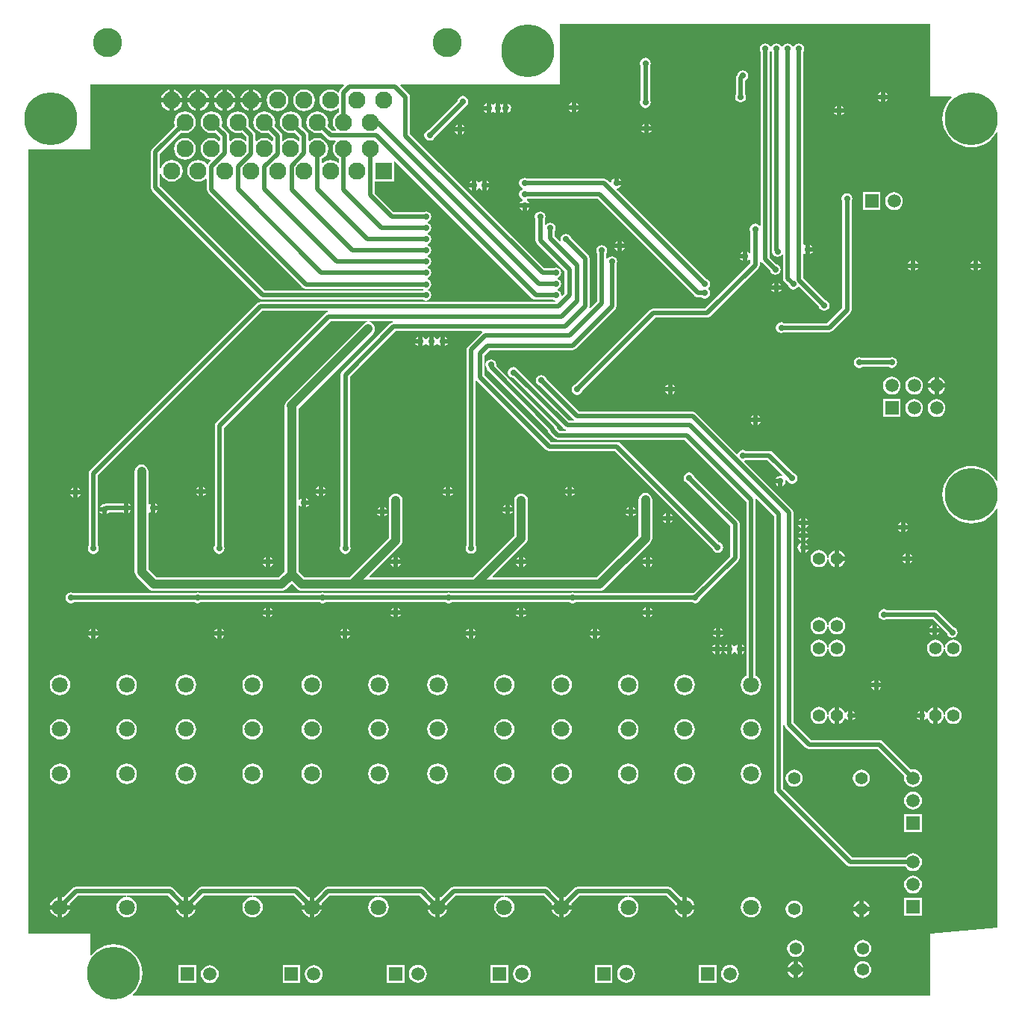
<source format=gbl>
G04*
G04 #@! TF.GenerationSoftware,Altium Limited,Altium Designer,19.0.15 (446)*
G04*
G04 Layer_Physical_Order=2*
G04 Layer_Color=16711680*
%FSLAX25Y25*%
%MOIN*%
G70*
G01*
G75*
%ADD89C,0.02000*%
%ADD90C,0.04000*%
%ADD91C,0.23622*%
%ADD92R,0.05906X0.05906*%
%ADD93C,0.05906*%
%ADD94C,0.07087*%
%ADD95C,0.12992*%
%ADD96C,0.07677*%
%ADD97R,0.07677X0.07677*%
%ADD98R,0.05906X0.05906*%
%ADD99C,0.05512*%
%ADD100C,0.02756*%
G36*
X408350Y407505D02*
X417861D01*
X418034Y407036D01*
X417763Y406805D01*
X416454Y405272D01*
X415400Y403552D01*
X414628Y401689D01*
X414158Y399729D01*
X414000Y397719D01*
X414158Y395708D01*
X414628Y393747D01*
X415400Y391884D01*
X416454Y390165D01*
X417763Y388632D01*
X419297Y387322D01*
X421016Y386268D01*
X422879Y385497D01*
X424840Y385026D01*
X426850Y384868D01*
X428860Y385026D01*
X430821Y385497D01*
X432684Y386268D01*
X434404Y387322D01*
X435937Y388632D01*
X437247Y390165D01*
X438123Y391596D01*
X438623Y391455D01*
Y236124D01*
X438123Y235983D01*
X437247Y237414D01*
X435937Y238947D01*
X434404Y240257D01*
X432684Y241310D01*
X430821Y242082D01*
X428860Y242553D01*
X426850Y242711D01*
X424840Y242553D01*
X422879Y242082D01*
X421016Y241310D01*
X419297Y240257D01*
X417763Y238947D01*
X416454Y237414D01*
X415400Y235695D01*
X414628Y233831D01*
X414158Y231871D01*
X414000Y229860D01*
X414158Y227850D01*
X414628Y225889D01*
X415400Y224026D01*
X416454Y222307D01*
X417763Y220774D01*
X419297Y219464D01*
X421016Y218410D01*
X422879Y217639D01*
X424840Y217168D01*
X426850Y217010D01*
X428860Y217168D01*
X430821Y217639D01*
X432684Y218410D01*
X434404Y219464D01*
X435937Y220774D01*
X437247Y222307D01*
X438123Y223738D01*
X438623Y223597D01*
X438623Y36634D01*
X408350Y33860D01*
Y6360D01*
X52650D01*
X52477Y6830D01*
X52937Y7222D01*
X54246Y8756D01*
X55300Y10475D01*
X56072Y12338D01*
X56542Y14299D01*
X56701Y16309D01*
X56542Y18319D01*
X56072Y20280D01*
X55300Y22143D01*
X54246Y23863D01*
X52937Y25396D01*
X51403Y26706D01*
X49684Y27759D01*
X47821Y28531D01*
X45860Y29002D01*
X43850Y29160D01*
X41840Y29002D01*
X39879Y28531D01*
X38016Y27759D01*
X36297Y26706D01*
X34763Y25396D01*
X33850Y24327D01*
X33350Y24511D01*
Y33860D01*
X5850D01*
Y383860D01*
X33350D01*
Y412860D01*
X146567Y412860D01*
X146759Y412398D01*
X145180Y410820D01*
X144738Y410158D01*
X144616Y409547D01*
X144369Y409417D01*
X144218Y409376D01*
X144083Y409376D01*
X143156Y410087D01*
X141979Y410574D01*
X140716Y410741D01*
X139453Y410574D01*
X138276Y410087D01*
X137265Y409311D01*
X136490Y408301D01*
X136002Y407124D01*
X135836Y405860D01*
X136002Y404597D01*
X136490Y403420D01*
X137265Y402410D01*
X138276Y401634D01*
X139453Y401146D01*
X140716Y400980D01*
X141979Y401146D01*
X143156Y401634D01*
X144083Y402345D01*
X144583Y402205D01*
Y400410D01*
X144182Y400244D01*
X143171Y399469D01*
X142395Y398458D01*
X141908Y397281D01*
X141741Y396018D01*
X141908Y394755D01*
X142395Y393578D01*
X143106Y392652D01*
X142966Y392152D01*
X141561D01*
X139359Y394354D01*
X139525Y394755D01*
X139691Y396018D01*
X139525Y397281D01*
X139037Y398458D01*
X138262Y399469D01*
X137251Y400244D01*
X136074Y400732D01*
X134811Y400898D01*
X133548Y400732D01*
X132371Y400244D01*
X131360Y399469D01*
X130584Y398458D01*
X130097Y397281D01*
X129930Y396018D01*
X130097Y394755D01*
X130584Y393578D01*
X131360Y392567D01*
X132371Y391791D01*
X133548Y391304D01*
X134811Y391138D01*
X136074Y391304D01*
X136475Y391470D01*
X139274Y388670D01*
X139936Y388228D01*
X140716Y388073D01*
X140716Y388073D01*
X142967D01*
X143106Y387573D01*
X142395Y386647D01*
X141908Y385470D01*
X141741Y384207D01*
X141908Y382944D01*
X142395Y381767D01*
X143171Y380756D01*
X144182Y379980D01*
X144583Y379814D01*
Y378019D01*
X144083Y377880D01*
X143156Y378591D01*
X141979Y379078D01*
X140716Y379245D01*
X139453Y379078D01*
X138276Y378591D01*
X137350Y377880D01*
X136850Y378020D01*
Y379814D01*
X137251Y379980D01*
X138262Y380756D01*
X139037Y381767D01*
X139525Y382944D01*
X139691Y384207D01*
X139525Y385470D01*
X139037Y386647D01*
X138262Y387658D01*
X137251Y388433D01*
X136074Y388921D01*
X134811Y389087D01*
X133548Y388921D01*
X132371Y388433D01*
X131444Y387722D01*
X130944Y387862D01*
Y390112D01*
X130789Y390893D01*
X130347Y391554D01*
X127548Y394354D01*
X127714Y394755D01*
X127880Y396018D01*
X127714Y397281D01*
X127226Y398458D01*
X126451Y399469D01*
X125440Y400244D01*
X124263Y400732D01*
X123000Y400898D01*
X121737Y400732D01*
X120560Y400244D01*
X119549Y399469D01*
X118773Y398458D01*
X118286Y397281D01*
X118119Y396018D01*
X118286Y394755D01*
X118773Y393578D01*
X119549Y392567D01*
X120560Y391791D01*
X121737Y391304D01*
X123000Y391138D01*
X124263Y391304D01*
X124664Y391470D01*
X126866Y389268D01*
Y387862D01*
X126366Y387723D01*
X125440Y388433D01*
X124263Y388921D01*
X123000Y389087D01*
X121737Y388921D01*
X120560Y388433D01*
X119663Y387745D01*
X119163Y387913D01*
Y390083D01*
X119007Y390863D01*
X118565Y391525D01*
X115737Y394354D01*
X115903Y394755D01*
X116069Y396018D01*
X115903Y397281D01*
X115415Y398458D01*
X114640Y399469D01*
X113629Y400244D01*
X112452Y400732D01*
X111189Y400898D01*
X109926Y400732D01*
X108749Y400244D01*
X107738Y399469D01*
X106962Y398458D01*
X106475Y397281D01*
X106308Y396018D01*
X106475Y394755D01*
X106962Y393578D01*
X107738Y392567D01*
X108749Y391791D01*
X109926Y391304D01*
X111189Y391138D01*
X112452Y391304D01*
X112853Y391470D01*
X115084Y389239D01*
Y387811D01*
X114584Y387700D01*
X113629Y388433D01*
X112452Y388921D01*
X111189Y389087D01*
X109926Y388921D01*
X108749Y388433D01*
X107822Y387722D01*
X107322Y387862D01*
Y390112D01*
X107167Y390893D01*
X106725Y391554D01*
X103926Y394354D01*
X104092Y394755D01*
X104258Y396018D01*
X104092Y397281D01*
X103604Y398458D01*
X102829Y399469D01*
X101818Y400244D01*
X100641Y400732D01*
X99378Y400898D01*
X98114Y400732D01*
X96937Y400244D01*
X95927Y399469D01*
X95151Y398458D01*
X94664Y397281D01*
X94497Y396018D01*
X94664Y394755D01*
X95151Y393578D01*
X95927Y392567D01*
X96937Y391791D01*
X98114Y391304D01*
X99378Y391138D01*
X100641Y391304D01*
X101042Y391470D01*
X103244Y389267D01*
Y387862D01*
X102744Y387722D01*
X101818Y388433D01*
X100641Y388921D01*
X99378Y389087D01*
X98114Y388921D01*
X96937Y388433D01*
X96011Y387723D01*
X95511Y387862D01*
Y390112D01*
X95356Y390893D01*
X94914Y391554D01*
X92115Y394354D01*
X92281Y394755D01*
X92447Y396018D01*
X92281Y397281D01*
X91793Y398458D01*
X91018Y399469D01*
X90007Y400244D01*
X88830Y400732D01*
X87567Y400898D01*
X86303Y400732D01*
X85126Y400244D01*
X84116Y399469D01*
X83340Y398458D01*
X82853Y397281D01*
X82686Y396018D01*
X82853Y394755D01*
X83340Y393578D01*
X84116Y392567D01*
X85126Y391791D01*
X86303Y391304D01*
X87567Y391138D01*
X88830Y391304D01*
X89231Y391470D01*
X91433Y389267D01*
Y387862D01*
X90933Y387722D01*
X90007Y388433D01*
X88830Y388921D01*
X87567Y389087D01*
X86303Y388921D01*
X85126Y388433D01*
X84116Y387658D01*
X83340Y386647D01*
X82853Y385470D01*
X82686Y384207D01*
X82853Y382944D01*
X83340Y381767D01*
X84116Y380756D01*
X85126Y379980D01*
X86303Y379493D01*
X87102Y379388D01*
X87281Y378860D01*
X86125Y377704D01*
X85932Y377415D01*
X85432Y377398D01*
X85112Y377815D01*
X84101Y378591D01*
X82924Y379078D01*
X81661Y379245D01*
X80398Y379078D01*
X79221Y378591D01*
X78210Y377815D01*
X77435Y376805D01*
X76947Y375627D01*
X76781Y374364D01*
X76947Y373101D01*
X77435Y371924D01*
X78210Y370914D01*
X79221Y370138D01*
X80398Y369650D01*
X81661Y369484D01*
X82924Y369650D01*
X84101Y370138D01*
X85027Y370848D01*
X85527Y370709D01*
Y365936D01*
X85683Y365156D01*
X86125Y364494D01*
X128299Y322320D01*
X128960Y321878D01*
X129741Y321723D01*
X182122D01*
X182147Y321706D01*
X182222Y321138D01*
X182008Y320900D01*
X111487D01*
X64663Y367724D01*
Y372997D01*
X65136Y373101D01*
X65624Y371924D01*
X66399Y370914D01*
X67410Y370138D01*
X68587Y369650D01*
X69850Y369484D01*
X71113Y369650D01*
X72290Y370138D01*
X73301Y370914D01*
X74077Y371924D01*
X74564Y373101D01*
X74730Y374364D01*
X74564Y375627D01*
X74077Y376805D01*
X73301Y377815D01*
X72290Y378591D01*
X71113Y379078D01*
X69850Y379245D01*
X68587Y379078D01*
X67410Y378591D01*
X66399Y377815D01*
X65624Y376805D01*
X65136Y375627D01*
X64663Y375731D01*
Y382041D01*
X74091Y391470D01*
X74492Y391304D01*
X75756Y391138D01*
X77019Y391304D01*
X78196Y391791D01*
X79207Y392567D01*
X79982Y393578D01*
X80470Y394755D01*
X80636Y396018D01*
X80470Y397281D01*
X79982Y398458D01*
X79207Y399469D01*
X78196Y400244D01*
X77019Y400732D01*
X75756Y400898D01*
X74492Y400732D01*
X73315Y400244D01*
X72305Y399469D01*
X71529Y398458D01*
X71042Y397281D01*
X70875Y396018D01*
X71042Y394755D01*
X71208Y394354D01*
X61181Y384328D01*
X60739Y383666D01*
X60584Y382886D01*
Y366879D01*
X60739Y366099D01*
X61181Y365437D01*
X109201Y317419D01*
X109862Y316976D01*
X110642Y316821D01*
X182122D01*
X182422Y316620D01*
X183350Y316436D01*
X184278Y316620D01*
X185064Y317146D01*
X185590Y317933D01*
X185775Y318860D01*
X185590Y319788D01*
X185064Y320575D01*
X184378Y321033D01*
X184335Y321245D01*
Y321378D01*
X184378Y321589D01*
X185064Y322048D01*
X185590Y322834D01*
X185775Y323762D01*
X185590Y324690D01*
X185064Y325476D01*
X184278Y326002D01*
X184005Y326056D01*
Y326566D01*
X184278Y326620D01*
X185064Y327146D01*
X185590Y327933D01*
X185775Y328860D01*
X185590Y329788D01*
X185064Y330575D01*
X184278Y331100D01*
X184252Y331105D01*
Y331615D01*
X184278Y331620D01*
X185064Y332146D01*
X185590Y332933D01*
X185775Y333860D01*
X185590Y334788D01*
X185064Y335575D01*
X184278Y336100D01*
X184252Y336105D01*
Y336615D01*
X184278Y336620D01*
X185064Y337146D01*
X185590Y337933D01*
X185775Y338860D01*
X185590Y339788D01*
X185064Y340575D01*
X184278Y341100D01*
X184252Y341106D01*
Y341615D01*
X184278Y341620D01*
X185064Y342146D01*
X185590Y342933D01*
X185775Y343860D01*
X185590Y344788D01*
X185064Y345575D01*
X184278Y346100D01*
X184252Y346106D01*
Y346615D01*
X184278Y346620D01*
X185064Y347146D01*
X185590Y347933D01*
X185775Y348860D01*
X185590Y349788D01*
X185064Y350575D01*
X184278Y351100D01*
X184252Y351105D01*
Y351615D01*
X184278Y351620D01*
X185064Y352146D01*
X185590Y352933D01*
X185775Y353860D01*
X185590Y354788D01*
X185064Y355575D01*
X184278Y356100D01*
X183350Y356285D01*
X182422Y356100D01*
X182122Y355900D01*
X168987D01*
X160472Y364415D01*
Y369526D01*
X169177D01*
Y378496D01*
X169639Y378688D01*
X230908Y317419D01*
X230908Y317419D01*
X231570Y316976D01*
X232350Y316821D01*
X240122D01*
X240422Y316620D01*
X240875Y316530D01*
X241166Y315976D01*
X241165Y315963D01*
X241090Y315900D01*
X109350D01*
X108570Y315744D01*
X107908Y315302D01*
X33408Y240802D01*
X32966Y240141D01*
X32811Y239360D01*
Y207089D01*
X32610Y206788D01*
X32426Y205860D01*
X32610Y204933D01*
X33136Y204146D01*
X33922Y203620D01*
X34850Y203436D01*
X35778Y203620D01*
X36564Y204146D01*
X37090Y204933D01*
X37275Y205860D01*
X37090Y206788D01*
X36889Y207089D01*
Y238516D01*
X110195Y311821D01*
X139407D01*
X139456Y311321D01*
X139070Y311244D01*
X138408Y310802D01*
X89608Y262002D01*
X89166Y261341D01*
X89011Y260561D01*
Y207089D01*
X88810Y206788D01*
X88626Y205861D01*
X88810Y204933D01*
X89336Y204146D01*
X90122Y203621D01*
X91050Y203436D01*
X91978Y203621D01*
X92765Y204146D01*
X93290Y204933D01*
X93475Y205861D01*
X93290Y206788D01*
X93089Y207089D01*
Y259716D01*
X140695Y307321D01*
X157093D01*
X157126Y306821D01*
X156837Y306783D01*
X156107Y306481D01*
X155481Y306000D01*
X121171Y271691D01*
X120690Y271064D01*
X120388Y270334D01*
X120285Y269551D01*
X120324Y269254D01*
Y260360D01*
Y195692D01*
X117518Y192886D01*
X63103D01*
X59376Y196614D01*
Y221718D01*
X59876Y221985D01*
X60350Y221669D01*
Y223860D01*
Y226052D01*
X59876Y225735D01*
X59376Y226003D01*
Y240288D01*
X59273Y241072D01*
X58971Y241801D01*
X58490Y242428D01*
X57863Y242909D01*
X57133Y243211D01*
X56350Y243314D01*
X55567Y243211D01*
X54837Y242909D01*
X54211Y242428D01*
X53730Y241801D01*
X53427Y241072D01*
X53324Y240288D01*
Y195360D01*
X53427Y194577D01*
X53730Y193847D01*
X54211Y193221D01*
X59711Y187721D01*
X60337Y187240D01*
X61067Y186938D01*
X61850Y186835D01*
X118772D01*
X119555Y186938D01*
X120285Y187240D01*
X120911Y187721D01*
X123350Y190159D01*
X125789Y187721D01*
X126416Y187240D01*
X127145Y186938D01*
X127928Y186835D01*
X260850D01*
X261633Y186938D01*
X262363Y187240D01*
X262990Y187721D01*
X283490Y208221D01*
X283971Y208847D01*
X284273Y209577D01*
X284325Y209969D01*
X284376Y210360D01*
X284376Y210361D01*
Y227605D01*
X284273Y228388D01*
X283971Y229118D01*
X283490Y229745D01*
X282863Y230226D01*
X282133Y230528D01*
X281350Y230631D01*
X280567Y230528D01*
X279837Y230226D01*
X279210Y229745D01*
X278730Y229118D01*
X278427Y228388D01*
X278324Y227605D01*
Y211614D01*
X259597Y192886D01*
X213309D01*
X213117Y193348D01*
X227990Y208221D01*
X228471Y208847D01*
X228773Y209577D01*
X228824Y209969D01*
X228876Y210360D01*
X228876Y210361D01*
Y227360D01*
X228773Y228144D01*
X228471Y228873D01*
X227990Y229500D01*
X227363Y229981D01*
X226633Y230283D01*
X225850Y230386D01*
X225067Y230283D01*
X224337Y229981D01*
X223710Y229500D01*
X223230Y228873D01*
X222927Y228144D01*
X222824Y227360D01*
Y211614D01*
X204097Y192886D01*
X158308D01*
X158117Y193348D01*
X171990Y207221D01*
X171990Y207221D01*
X172471Y207847D01*
X172773Y208577D01*
X172876Y209360D01*
Y227360D01*
X172773Y228144D01*
X172471Y228873D01*
X171990Y229500D01*
X171363Y229981D01*
X170633Y230283D01*
X169850Y230386D01*
X169067Y230283D01*
X168337Y229981D01*
X167710Y229500D01*
X167230Y228873D01*
X166927Y228144D01*
X166824Y227360D01*
Y210614D01*
X149097Y192886D01*
X129182D01*
X126376Y195692D01*
Y224965D01*
X126876Y225117D01*
X127191Y224646D01*
X127905Y224169D01*
Y226360D01*
Y228552D01*
X127191Y228075D01*
X126876Y227604D01*
X126376Y227755D01*
Y260360D01*
Y268337D01*
X159760Y301721D01*
X160241Y302347D01*
X160543Y303077D01*
X160646Y303860D01*
X160543Y304644D01*
X160241Y305373D01*
X159760Y306000D01*
X159133Y306481D01*
X158403Y306783D01*
X158114Y306821D01*
X158147Y307321D01*
X168407D01*
X168456Y306821D01*
X168070Y306744D01*
X167408Y306302D01*
X145908Y284802D01*
X145466Y284141D01*
X145311Y283360D01*
Y207089D01*
X145110Y206788D01*
X144926Y205860D01*
X145110Y204933D01*
X145636Y204146D01*
X146422Y203620D01*
X147350Y203436D01*
X148278Y203620D01*
X149065Y204146D01*
X149590Y204933D01*
X149775Y205860D01*
X149590Y206788D01*
X149389Y207089D01*
Y282516D01*
X169695Y302821D01*
X208285D01*
X208436Y302321D01*
X208408Y302302D01*
X202008Y295902D01*
X201566Y295241D01*
X201411Y294461D01*
Y207189D01*
X201210Y206888D01*
X201026Y205961D01*
X201210Y205033D01*
X201736Y204246D01*
X202522Y203721D01*
X203450Y203536D01*
X204378Y203721D01*
X205165Y204246D01*
X205690Y205033D01*
X205875Y205961D01*
X205690Y206888D01*
X205489Y207189D01*
Y280722D01*
X205990Y280837D01*
X236908Y249919D01*
X237570Y249476D01*
X238350Y249321D01*
X267727D01*
X311340Y205708D01*
X311410Y205354D01*
X311936Y204567D01*
X312722Y204042D01*
X313650Y203857D01*
X314578Y204042D01*
X315365Y204567D01*
X315890Y205354D01*
X316075Y206282D01*
X315890Y207209D01*
X315365Y207996D01*
X314578Y208522D01*
X314224Y208592D01*
X270013Y252802D01*
X269352Y253244D01*
X268571Y253400D01*
X239195D01*
X209389Y283205D01*
Y292016D01*
X211695Y294321D01*
X248850D01*
X249630Y294476D01*
X250292Y294918D01*
X267792Y312419D01*
X268234Y313080D01*
X268389Y313860D01*
Y332632D01*
X268590Y332933D01*
X268775Y333860D01*
X268590Y334788D01*
X268064Y335575D01*
X267278Y336100D01*
X266350Y336285D01*
X265422Y336100D01*
X264636Y335575D01*
X264389Y335206D01*
X263889Y335358D01*
Y337632D01*
X264090Y337933D01*
X264275Y338860D01*
X264090Y339788D01*
X263564Y340575D01*
X262778Y341100D01*
X261850Y341285D01*
X260922Y341100D01*
X260136Y340575D01*
X259610Y339788D01*
X259426Y338860D01*
X259610Y337933D01*
X259811Y337632D01*
Y316205D01*
X256758Y313152D01*
X256297Y313399D01*
X256389Y313860D01*
Y335360D01*
X256389Y335360D01*
X256234Y336141D01*
X255792Y336802D01*
X255792Y336802D01*
X248161Y344434D01*
X248090Y344788D01*
X247565Y345575D01*
X246778Y346100D01*
X245850Y346285D01*
X244922Y346100D01*
X244136Y345575D01*
X243610Y344788D01*
X243426Y343860D01*
X243546Y343256D01*
X243085Y343009D01*
X240889Y345205D01*
Y347632D01*
X241090Y347933D01*
X241275Y348860D01*
X241090Y349788D01*
X240564Y350575D01*
X239778Y351100D01*
X238850Y351285D01*
X237922Y351100D01*
X237136Y350575D01*
X236889Y350206D01*
X236389Y350358D01*
Y352632D01*
X236590Y352933D01*
X236775Y353860D01*
X236590Y354788D01*
X236065Y355575D01*
X235278Y356100D01*
X234350Y356285D01*
X233422Y356100D01*
X232636Y355575D01*
X232110Y354788D01*
X231926Y353860D01*
X232110Y352933D01*
X232311Y352632D01*
Y343360D01*
X232466Y342580D01*
X232908Y341918D01*
X245311Y329516D01*
Y319705D01*
X244212Y318606D01*
X243981Y318729D01*
X243772Y318873D01*
X243590Y319788D01*
X243064Y320575D01*
X242278Y321100D01*
X242252Y321106D01*
Y321615D01*
X242278Y321620D01*
X243064Y322146D01*
X243590Y322933D01*
X243775Y323860D01*
X243590Y324788D01*
X243064Y325575D01*
X242278Y326100D01*
X242252Y326105D01*
Y326615D01*
X242278Y326620D01*
X243064Y327146D01*
X243590Y327933D01*
X243775Y328860D01*
X243590Y329788D01*
X243064Y330575D01*
X242278Y331100D01*
X241350Y331285D01*
X240422Y331100D01*
X240122Y330900D01*
X236195D01*
X176163Y390932D01*
Y407379D01*
X176007Y408160D01*
X175565Y408821D01*
X171988Y412398D01*
X172179Y412860D01*
X243123Y412860D01*
X243123Y439879D01*
X408350D01*
Y407505D01*
D02*
G37*
%LPC*%
G36*
X349850Y431285D02*
X348922Y431100D01*
X348136Y430575D01*
X347610Y429788D01*
X347605Y429763D01*
X347095D01*
X347090Y429788D01*
X346565Y430575D01*
X345778Y431100D01*
X344850Y431285D01*
X343922Y431100D01*
X343136Y430575D01*
X342610Y429788D01*
X342605Y429763D01*
X342095D01*
X342090Y429788D01*
X341564Y430575D01*
X340778Y431100D01*
X339850Y431285D01*
X338922Y431100D01*
X338136Y430575D01*
X337610Y429788D01*
X337605Y429763D01*
X337095D01*
X337090Y429788D01*
X336564Y430575D01*
X335778Y431100D01*
X334850Y431285D01*
X333922Y431100D01*
X333136Y430575D01*
X332610Y429788D01*
X332426Y428860D01*
X332610Y427933D01*
X332811Y427632D01*
Y349858D01*
X332311Y349706D01*
X332065Y350075D01*
X331278Y350600D01*
X330350Y350785D01*
X329422Y350600D01*
X328636Y350075D01*
X328110Y349288D01*
X327926Y348360D01*
X328110Y347433D01*
X328311Y347132D01*
Y337858D01*
X327811Y337706D01*
X327565Y338075D01*
X326850Y338552D01*
Y336360D01*
Y334169D01*
X327565Y334646D01*
X327811Y335015D01*
X328311Y334863D01*
Y333205D01*
X308005Y312900D01*
X284850D01*
X284070Y312744D01*
X283408Y312302D01*
X250277Y279171D01*
X249922Y279100D01*
X249136Y278575D01*
X248610Y277788D01*
X248426Y276860D01*
X248610Y275933D01*
X249136Y275146D01*
X249922Y274620D01*
X250850Y274436D01*
X251778Y274620D01*
X252565Y275146D01*
X253090Y275933D01*
X253161Y276287D01*
X285695Y308821D01*
X308850D01*
X309630Y308976D01*
X310292Y309419D01*
X331792Y330919D01*
X332234Y331580D01*
X332389Y332360D01*
Y334417D01*
X332889Y334466D01*
X332966Y334080D01*
X333408Y333418D01*
X337040Y329787D01*
X337110Y329433D01*
X337636Y328646D01*
X338422Y328120D01*
X339350Y327936D01*
X340278Y328120D01*
X341065Y328646D01*
X341590Y329433D01*
X341775Y330360D01*
X341590Y331288D01*
X341065Y332075D01*
X340278Y332600D01*
X339924Y332671D01*
X336889Y335705D01*
Y427632D01*
X337009Y427810D01*
X337470Y427842D01*
X337569Y427818D01*
X337811Y427544D01*
Y338860D01*
X337966Y338080D01*
X337988Y338048D01*
X338110Y337433D01*
X338636Y336646D01*
X339422Y336120D01*
X340350Y335936D01*
X341278Y336120D01*
X342064Y336646D01*
X342311Y337015D01*
X342811Y336863D01*
Y326360D01*
X342966Y325580D01*
X343408Y324919D01*
X345040Y323287D01*
X345110Y322933D01*
X345636Y322146D01*
X346422Y321620D01*
X347350Y321436D01*
X348278Y321620D01*
X349064Y322146D01*
X349339Y322556D01*
X349983Y322620D01*
X358815Y313787D01*
X358886Y313433D01*
X359411Y312646D01*
X360198Y312120D01*
X361126Y311936D01*
X362053Y312120D01*
X362840Y312646D01*
X363366Y313433D01*
X363550Y314360D01*
X363366Y315288D01*
X362840Y316075D01*
X362053Y316600D01*
X361699Y316671D01*
X351889Y326481D01*
Y337209D01*
X352389Y337476D01*
X352850Y337169D01*
Y339360D01*
Y341552D01*
X352389Y341244D01*
X351889Y341512D01*
Y427632D01*
X352090Y427933D01*
X352275Y428860D01*
X352090Y429788D01*
X351565Y430575D01*
X350778Y431100D01*
X349850Y431285D01*
D02*
G37*
G36*
X388350Y409552D02*
Y408360D01*
X389542D01*
X389065Y409075D01*
X388350Y409552D01*
D02*
G37*
G36*
X386350D02*
X385636Y409075D01*
X385158Y408360D01*
X386350D01*
Y409552D01*
D02*
G37*
G36*
X106283Y410609D02*
Y406860D01*
X110032D01*
X109997Y407124D01*
X109510Y408301D01*
X108734Y409311D01*
X107723Y410087D01*
X106546Y410574D01*
X106283Y410609D01*
D02*
G37*
G36*
X94472D02*
Y406860D01*
X98221D01*
X98186Y407124D01*
X97699Y408301D01*
X96923Y409311D01*
X95912Y410087D01*
X94735Y410574D01*
X94472Y410609D01*
D02*
G37*
G36*
X70850D02*
Y406860D01*
X74599D01*
X74564Y407124D01*
X74077Y408301D01*
X73301Y409311D01*
X72290Y410087D01*
X71113Y410574D01*
X70850Y410609D01*
D02*
G37*
G36*
X82661D02*
Y406860D01*
X86410D01*
X86375Y407124D01*
X85888Y408301D01*
X85112Y409311D01*
X84101Y410087D01*
X82924Y410574D01*
X82661Y410609D01*
D02*
G37*
G36*
X104283D02*
X104020Y410574D01*
X102843Y410087D01*
X101832Y409311D01*
X101057Y408301D01*
X100569Y407124D01*
X100534Y406860D01*
X104283D01*
Y410609D01*
D02*
G37*
G36*
X92472D02*
X92209Y410574D01*
X91032Y410087D01*
X90021Y409311D01*
X89246Y408301D01*
X88758Y407124D01*
X88723Y406860D01*
X92472D01*
Y410609D01*
D02*
G37*
G36*
X68850D02*
X68587Y410574D01*
X67410Y410087D01*
X66399Y409311D01*
X65624Y408301D01*
X65136Y407124D01*
X65101Y406860D01*
X68850D01*
Y410609D01*
D02*
G37*
G36*
X80661D02*
X80398Y410574D01*
X79221Y410087D01*
X78210Y409311D01*
X77435Y408301D01*
X76947Y407124D01*
X76912Y406860D01*
X80661D01*
Y410609D01*
D02*
G37*
G36*
X389542Y406360D02*
X388350D01*
Y405169D01*
X389065Y405646D01*
X389542Y406360D01*
D02*
G37*
G36*
X386350D02*
X385158D01*
X385636Y405646D01*
X386350Y405169D01*
Y406360D01*
D02*
G37*
G36*
X324850Y419285D02*
X323922Y419100D01*
X323136Y418575D01*
X322610Y417788D01*
X322540Y417434D01*
X322408Y417302D01*
X321966Y416641D01*
X321811Y415860D01*
Y408589D01*
X321610Y408288D01*
X321426Y407360D01*
X321610Y406433D01*
X322136Y405646D01*
X322922Y405120D01*
X323850Y404936D01*
X324778Y405120D01*
X325565Y405646D01*
X326090Y406433D01*
X326275Y407360D01*
X326090Y408288D01*
X325889Y408589D01*
Y414695D01*
X326565Y415146D01*
X327090Y415933D01*
X327275Y416860D01*
X327090Y417788D01*
X326565Y418575D01*
X325778Y419100D01*
X324850Y419285D01*
D02*
G37*
G36*
X217922Y404552D02*
X217208Y404075D01*
X217064D01*
X216350Y404552D01*
Y402360D01*
Y400169D01*
X217064Y400646D01*
X217208D01*
X217922Y400169D01*
Y402360D01*
Y404552D01*
D02*
G37*
G36*
X214350D02*
X213657Y404089D01*
X213524Y404022D01*
X213176D01*
X213044Y404089D01*
X212350Y404552D01*
Y402360D01*
Y400169D01*
X213044Y400632D01*
X213176Y400699D01*
X213524D01*
X213657Y400632D01*
X214350Y400169D01*
Y402360D01*
Y404552D01*
D02*
G37*
G36*
X250350Y404838D02*
Y403646D01*
X251542D01*
X251064Y404360D01*
X250350Y404838D01*
D02*
G37*
G36*
X248350D02*
X247636Y404360D01*
X247158Y403646D01*
X248350D01*
Y404838D01*
D02*
G37*
G36*
X210350Y404552D02*
X209636Y404075D01*
X209158Y403360D01*
X210350D01*
Y404552D01*
D02*
G37*
G36*
X281350Y424785D02*
X280422Y424600D01*
X279636Y424075D01*
X279110Y423288D01*
X278926Y422360D01*
X279110Y421433D01*
X279311Y421132D01*
Y406089D01*
X279110Y405788D01*
X278926Y404860D01*
X279110Y403933D01*
X279636Y403146D01*
X280422Y402620D01*
X281350Y402436D01*
X282278Y402620D01*
X283065Y403146D01*
X283590Y403933D01*
X283775Y404860D01*
X283590Y405788D01*
X283389Y406089D01*
Y421132D01*
X283590Y421433D01*
X283775Y422360D01*
X283590Y423288D01*
X283065Y424075D01*
X282278Y424600D01*
X281350Y424785D01*
D02*
G37*
G36*
X368850Y403552D02*
Y402360D01*
X370042D01*
X369565Y403075D01*
X368850Y403552D01*
D02*
G37*
G36*
X366850D02*
X366136Y403075D01*
X365658Y402360D01*
X366850D01*
Y403552D01*
D02*
G37*
G36*
X110032Y404860D02*
X106283D01*
Y401112D01*
X106546Y401146D01*
X107723Y401634D01*
X108734Y402410D01*
X109510Y403420D01*
X109997Y404597D01*
X110032Y404860D01*
D02*
G37*
G36*
X98221D02*
X94472D01*
Y401112D01*
X94735Y401146D01*
X95912Y401634D01*
X96923Y402410D01*
X97699Y403420D01*
X98186Y404597D01*
X98221Y404860D01*
D02*
G37*
G36*
X86410D02*
X82661D01*
Y401112D01*
X82924Y401146D01*
X84101Y401634D01*
X85112Y402410D01*
X85888Y403420D01*
X86375Y404597D01*
X86410Y404860D01*
D02*
G37*
G36*
X74599D02*
X70850D01*
Y401112D01*
X71113Y401146D01*
X72290Y401634D01*
X73301Y402410D01*
X74077Y403420D01*
X74564Y404597D01*
X74599Y404860D01*
D02*
G37*
G36*
X80661D02*
X76912D01*
X76947Y404597D01*
X77435Y403420D01*
X78210Y402410D01*
X79221Y401634D01*
X80398Y401146D01*
X80661Y401112D01*
Y404860D01*
D02*
G37*
G36*
X68850D02*
X65101D01*
X65136Y404597D01*
X65624Y403420D01*
X66399Y402410D01*
X67410Y401634D01*
X68587Y401146D01*
X68850Y401112D01*
Y404860D01*
D02*
G37*
G36*
X104283D02*
X100534D01*
X100569Y404597D01*
X101057Y403420D01*
X101832Y402410D01*
X102843Y401634D01*
X104020Y401146D01*
X104283Y401112D01*
Y404860D01*
D02*
G37*
G36*
X92472D02*
X88723D01*
X88758Y404597D01*
X89246Y403420D01*
X90021Y402410D01*
X91032Y401634D01*
X92209Y401146D01*
X92472Y401112D01*
Y404860D01*
D02*
G37*
G36*
X128905Y410741D02*
X127642Y410574D01*
X126465Y410087D01*
X125454Y409311D01*
X124679Y408301D01*
X124191Y407124D01*
X124025Y405860D01*
X124191Y404597D01*
X124679Y403420D01*
X125454Y402410D01*
X126465Y401634D01*
X127642Y401146D01*
X128905Y400980D01*
X130168Y401146D01*
X131345Y401634D01*
X132356Y402410D01*
X133132Y403420D01*
X133619Y404597D01*
X133785Y405860D01*
X133619Y407124D01*
X133132Y408301D01*
X132356Y409311D01*
X131345Y410087D01*
X130168Y410574D01*
X128905Y410741D01*
D02*
G37*
G36*
X117094D02*
X115831Y410574D01*
X114654Y410087D01*
X113643Y409311D01*
X112868Y408301D01*
X112380Y407124D01*
X112214Y405860D01*
X112380Y404597D01*
X112868Y403420D01*
X113643Y402410D01*
X114654Y401634D01*
X115831Y401146D01*
X117094Y400980D01*
X118357Y401146D01*
X119534Y401634D01*
X120545Y402410D01*
X121321Y403420D01*
X121808Y404597D01*
X121975Y405860D01*
X121808Y407124D01*
X121321Y408301D01*
X120545Y409311D01*
X119534Y410087D01*
X118357Y410574D01*
X117094Y410741D01*
D02*
G37*
G36*
X251542Y401646D02*
X250350D01*
Y400454D01*
X251064Y400932D01*
X251542Y401646D01*
D02*
G37*
G36*
X248350D02*
X247158D01*
X247636Y400932D01*
X248350Y400454D01*
Y401646D01*
D02*
G37*
G36*
X219922Y404552D02*
Y402360D01*
Y400169D01*
X220637Y400646D01*
X221163Y401433D01*
X221201Y401627D01*
X221234Y401677D01*
X221389Y402457D01*
X221234Y403237D01*
X220792Y403899D01*
X220724Y403944D01*
X220637Y404075D01*
X219922Y404552D01*
D02*
G37*
G36*
X210350Y401360D02*
X209158D01*
X209636Y400646D01*
X210350Y400169D01*
Y401360D01*
D02*
G37*
G36*
X370042Y400360D02*
X368850D01*
Y399169D01*
X369565Y399646D01*
X370042Y400360D01*
D02*
G37*
G36*
X366850D02*
X365658D01*
X366136Y399646D01*
X366850Y399169D01*
Y400360D01*
D02*
G37*
G36*
X282850Y395552D02*
Y394360D01*
X284042D01*
X283564Y395075D01*
X282850Y395552D01*
D02*
G37*
G36*
X280850D02*
X280136Y395075D01*
X279658Y394360D01*
X280850D01*
Y395552D01*
D02*
G37*
G36*
X199456Y395158D02*
Y393967D01*
X200648D01*
X200171Y394681D01*
X199456Y395158D01*
D02*
G37*
G36*
X197456D02*
X196742Y394681D01*
X196265Y393967D01*
X197456D01*
Y395158D01*
D02*
G37*
G36*
X284042Y392360D02*
X282850D01*
Y391169D01*
X283564Y391646D01*
X284042Y392360D01*
D02*
G37*
G36*
X280850D02*
X279658D01*
X280136Y391646D01*
X280850Y391169D01*
Y392360D01*
D02*
G37*
G36*
X200648Y391967D02*
X199456D01*
Y390775D01*
X200171Y391252D01*
X200648Y391967D01*
D02*
G37*
G36*
X197456D02*
X196265D01*
X196742Y391252D01*
X197456Y390775D01*
Y391967D01*
D02*
G37*
G36*
X199850Y407785D02*
X198922Y407600D01*
X198136Y407075D01*
X197610Y406288D01*
X197445Y405457D01*
X184509Y392521D01*
X184155Y392451D01*
X183368Y391925D01*
X182843Y391139D01*
X182658Y390211D01*
X182843Y389283D01*
X183368Y388496D01*
X184155Y387971D01*
X185082Y387786D01*
X186010Y387971D01*
X186797Y388496D01*
X187322Y389283D01*
X187393Y389637D01*
X201073Y403318D01*
X201565Y403646D01*
X202090Y404433D01*
X202275Y405360D01*
X202090Y406288D01*
X201565Y407075D01*
X200778Y407600D01*
X199850Y407785D01*
D02*
G37*
G36*
X75756Y389087D02*
X74492Y388921D01*
X73315Y388433D01*
X72305Y387658D01*
X71529Y386647D01*
X71042Y385470D01*
X70875Y384207D01*
X71042Y382944D01*
X71529Y381767D01*
X72305Y380756D01*
X73315Y379980D01*
X74492Y379493D01*
X75756Y379327D01*
X77019Y379493D01*
X78196Y379980D01*
X79207Y380756D01*
X79982Y381767D01*
X80470Y382944D01*
X80636Y384207D01*
X80470Y385470D01*
X79982Y386647D01*
X79207Y387658D01*
X78196Y388433D01*
X77019Y388921D01*
X75756Y389087D01*
D02*
G37*
G36*
X269350Y371052D02*
Y369860D01*
X270542D01*
X270064Y370575D01*
X269350Y371052D01*
D02*
G37*
G36*
X208350Y370052D02*
X207636Y369575D01*
X207401Y369223D01*
X206799D01*
X206564Y369575D01*
X205850Y370052D01*
Y367860D01*
Y365669D01*
X206564Y366146D01*
X206799Y366498D01*
X207401D01*
X207636Y366146D01*
X208350Y365669D01*
Y367860D01*
Y370052D01*
D02*
G37*
G36*
X210350D02*
Y368860D01*
X211542D01*
X211065Y369575D01*
X210350Y370052D01*
D02*
G37*
G36*
X203850D02*
X203136Y369575D01*
X202658Y368860D01*
X203850D01*
Y370052D01*
D02*
G37*
G36*
X211542Y366860D02*
X210350D01*
Y365669D01*
X211065Y366146D01*
X211542Y366860D01*
D02*
G37*
G36*
X203850D02*
X202658D01*
X203136Y366146D01*
X203850Y365669D01*
Y366860D01*
D02*
G37*
G36*
X386303Y364813D02*
X378397D01*
Y356908D01*
X386303D01*
Y364813D01*
D02*
G37*
G36*
X392350Y364847D02*
X391318Y364711D01*
X390357Y364313D01*
X389531Y363680D01*
X388897Y362854D01*
X388499Y361892D01*
X388363Y360860D01*
X388499Y359828D01*
X388897Y358867D01*
X389531Y358041D01*
X390357Y357408D01*
X391318Y357009D01*
X392350Y356873D01*
X393382Y357009D01*
X394344Y357408D01*
X395169Y358041D01*
X395803Y358867D01*
X396201Y359828D01*
X396337Y360860D01*
X396201Y361892D01*
X395803Y362854D01*
X395169Y363680D01*
X394344Y364313D01*
X393382Y364711D01*
X392350Y364847D01*
D02*
G37*
G36*
X229542Y357860D02*
X228350D01*
Y356669D01*
X229064Y357146D01*
X229542Y357860D01*
D02*
G37*
G36*
X226350D02*
X225158D01*
X225636Y357146D01*
X226350Y356669D01*
Y357860D01*
D02*
G37*
G36*
X270850Y343052D02*
Y341860D01*
X272042D01*
X271565Y342575D01*
X270850Y343052D01*
D02*
G37*
G36*
X268850D02*
X268136Y342575D01*
X267658Y341860D01*
X268850D01*
Y343052D01*
D02*
G37*
G36*
X354850Y341552D02*
Y340360D01*
X356042D01*
X355564Y341075D01*
X354850Y341552D01*
D02*
G37*
G36*
X272042Y339860D02*
X270850D01*
Y338669D01*
X271565Y339146D01*
X272042Y339860D01*
D02*
G37*
G36*
X268850D02*
X267658D01*
X268136Y339146D01*
X268850Y338669D01*
Y339860D01*
D02*
G37*
G36*
X324850Y338552D02*
X324136Y338075D01*
X323658Y337360D01*
X324850D01*
Y338552D01*
D02*
G37*
G36*
X356042Y338360D02*
X354850D01*
Y337169D01*
X355564Y337646D01*
X356042Y338360D01*
D02*
G37*
G36*
X324850Y335360D02*
X323658D01*
X324136Y334646D01*
X324850Y334169D01*
Y335360D01*
D02*
G37*
G36*
X429850Y334267D02*
Y333075D01*
X431042D01*
X430564Y333789D01*
X429850Y334267D01*
D02*
G37*
G36*
X427850D02*
X427136Y333789D01*
X426658Y333075D01*
X427850D01*
Y334267D01*
D02*
G37*
G36*
X401850D02*
Y333075D01*
X403042D01*
X402564Y333789D01*
X401850Y334267D01*
D02*
G37*
G36*
X399850D02*
X399136Y333789D01*
X398658Y333075D01*
X399850D01*
Y334267D01*
D02*
G37*
G36*
X431042Y331075D02*
X429850D01*
Y329883D01*
X430564Y330360D01*
X431042Y331075D01*
D02*
G37*
G36*
X427850D02*
X426658D01*
X427136Y330360D01*
X427850Y329883D01*
Y331075D01*
D02*
G37*
G36*
X403042D02*
X401850D01*
Y329883D01*
X402564Y330360D01*
X403042Y331075D01*
D02*
G37*
G36*
X399850D02*
X398658D01*
X399136Y330360D01*
X399850Y329883D01*
Y331075D01*
D02*
G37*
G36*
X340850Y324552D02*
Y323360D01*
X342042D01*
X341564Y324075D01*
X340850Y324552D01*
D02*
G37*
G36*
X338850D02*
X338136Y324075D01*
X337658Y323360D01*
X338850D01*
Y324552D01*
D02*
G37*
G36*
X342042Y321360D02*
X340850D01*
Y320169D01*
X341564Y320646D01*
X342042Y321360D01*
D02*
G37*
G36*
X338850D02*
X337658D01*
X338136Y320646D01*
X338850Y320169D01*
Y321360D01*
D02*
G37*
G36*
X227350Y371285D02*
X226422Y371100D01*
X225636Y370575D01*
X225110Y369788D01*
X224926Y368860D01*
X225110Y367933D01*
X225636Y367146D01*
X226422Y366620D01*
X226448Y366615D01*
Y366106D01*
X226422Y366100D01*
X225636Y365575D01*
X225110Y364788D01*
X224926Y363860D01*
X225110Y362933D01*
X225636Y362146D01*
X226422Y361620D01*
X226448Y361615D01*
Y361105D01*
X226422Y361100D01*
X225636Y360575D01*
X225158Y359860D01*
X229542D01*
X229064Y360575D01*
X228400Y361019D01*
X228369Y361480D01*
X228392Y361580D01*
X228667Y361821D01*
X260043D01*
X303445Y318419D01*
X304107Y317976D01*
X304887Y317821D01*
X304887Y317821D01*
X306653D01*
X306954Y317620D01*
X307881Y317436D01*
X308809Y317620D01*
X309596Y318146D01*
X310121Y318933D01*
X310306Y319860D01*
X310121Y320788D01*
X309600Y321568D01*
X309527Y321687D01*
Y322121D01*
X309564Y322146D01*
X310090Y322933D01*
X310275Y323860D01*
X310090Y324788D01*
X309564Y325575D01*
X308778Y326100D01*
X308423Y326171D01*
X268616Y365979D01*
X268780Y366521D01*
X269278Y366620D01*
X270064Y367146D01*
X270542Y367860D01*
X268350D01*
Y368860D01*
X267350D01*
Y371052D01*
X266636Y370575D01*
X266110Y369788D01*
X266011Y369290D01*
X265469Y369126D01*
X264292Y370302D01*
X263631Y370744D01*
X262850Y370900D01*
X228578D01*
X228278Y371100D01*
X227350Y371285D01*
D02*
G37*
G36*
X371350Y364317D02*
X370422Y364132D01*
X369636Y363607D01*
X369110Y362820D01*
X368926Y361892D01*
X369110Y360964D01*
X369311Y360664D01*
Y313205D01*
X362506Y306400D01*
X343260D01*
X342959Y306600D01*
X342031Y306785D01*
X341103Y306600D01*
X340317Y306075D01*
X339791Y305288D01*
X339607Y304360D01*
X339791Y303433D01*
X340317Y302646D01*
X341103Y302120D01*
X342031Y301936D01*
X342959Y302120D01*
X343260Y302321D01*
X363350D01*
X364130Y302476D01*
X364792Y302919D01*
X372792Y310918D01*
X373234Y311580D01*
X373389Y312360D01*
Y360664D01*
X373590Y360964D01*
X373775Y361892D01*
X373590Y362820D01*
X373064Y363607D01*
X372278Y364132D01*
X371350Y364317D01*
D02*
G37*
G36*
X191850Y300552D02*
Y299360D01*
X193042D01*
X192564Y300075D01*
X191850Y300552D01*
D02*
G37*
G36*
X179850D02*
X179136Y300075D01*
X178658Y299360D01*
X179850D01*
Y300552D01*
D02*
G37*
G36*
X189850D02*
X189136Y300075D01*
X188610Y299288D01*
X188605Y299262D01*
X188095D01*
X188090Y299288D01*
X187565Y300075D01*
X186850Y300552D01*
Y298360D01*
Y296169D01*
X187565Y296646D01*
X188090Y297433D01*
X188095Y297458D01*
X188605D01*
X188610Y297433D01*
X189136Y296646D01*
X189850Y296169D01*
Y298360D01*
Y300552D01*
D02*
G37*
G36*
X184850D02*
X184136Y300075D01*
X183610Y299288D01*
X183605Y299262D01*
X183095D01*
X183090Y299288D01*
X182564Y300075D01*
X181850Y300552D01*
Y298360D01*
Y296169D01*
X182564Y296646D01*
X183090Y297433D01*
X183095Y297458D01*
X183605D01*
X183610Y297433D01*
X184136Y296646D01*
X184850Y296169D01*
Y298360D01*
Y300552D01*
D02*
G37*
G36*
X193042Y297360D02*
X191850D01*
Y296169D01*
X192564Y296646D01*
X193042Y297360D01*
D02*
G37*
G36*
X179850D02*
X178658D01*
X179136Y296646D01*
X179850Y296169D01*
Y297360D01*
D02*
G37*
G36*
X391350Y291285D02*
X390422Y291100D01*
X390122Y290900D01*
X378079D01*
X377778Y291100D01*
X376850Y291285D01*
X375922Y291100D01*
X375136Y290575D01*
X374610Y289788D01*
X374426Y288860D01*
X374610Y287933D01*
X375136Y287146D01*
X375922Y286620D01*
X376850Y286436D01*
X377778Y286620D01*
X378079Y286821D01*
X390122D01*
X390422Y286620D01*
X391350Y286436D01*
X392278Y286620D01*
X393064Y287146D01*
X393590Y287933D01*
X393775Y288860D01*
X393590Y289788D01*
X393064Y290575D01*
X392278Y291100D01*
X391350Y291285D01*
D02*
G37*
G36*
X412350Y282376D02*
Y279521D01*
X415205D01*
X415201Y279553D01*
X414803Y280514D01*
X414169Y281340D01*
X413343Y281973D01*
X412382Y282372D01*
X412350Y282376D01*
D02*
G37*
G36*
X410350D02*
X410318Y282372D01*
X409357Y281973D01*
X408531Y281340D01*
X407897Y280514D01*
X407499Y279553D01*
X407495Y279521D01*
X410350D01*
Y282376D01*
D02*
G37*
G36*
X293350Y279052D02*
Y277860D01*
X294542D01*
X294064Y278575D01*
X293350Y279052D01*
D02*
G37*
G36*
X291350D02*
X290636Y278575D01*
X290158Y277860D01*
X291350D01*
Y279052D01*
D02*
G37*
G36*
X294542Y275860D02*
X293350D01*
Y274669D01*
X294064Y275146D01*
X294542Y275860D01*
D02*
G37*
G36*
X291350D02*
X290158D01*
X290636Y275146D01*
X291350Y274669D01*
Y275860D01*
D02*
G37*
G36*
X415205Y277521D02*
X412350D01*
Y274665D01*
X412382Y274670D01*
X413343Y275068D01*
X414169Y275701D01*
X414803Y276527D01*
X415201Y277489D01*
X415205Y277521D01*
D02*
G37*
G36*
X410350D02*
X407495D01*
X407499Y277489D01*
X407897Y276527D01*
X408531Y275701D01*
X409357Y275068D01*
X410318Y274670D01*
X410350Y274665D01*
Y277521D01*
D02*
G37*
G36*
X401350Y282507D02*
X400318Y282372D01*
X399357Y281973D01*
X398531Y281340D01*
X397897Y280514D01*
X397499Y279553D01*
X397363Y278521D01*
X397499Y277489D01*
X397897Y276527D01*
X398531Y275701D01*
X399357Y275068D01*
X400318Y274670D01*
X401350Y274534D01*
X402382Y274670D01*
X403344Y275068D01*
X404169Y275701D01*
X404803Y276527D01*
X405201Y277489D01*
X405337Y278521D01*
X405201Y279553D01*
X404803Y280514D01*
X404169Y281340D01*
X403344Y281973D01*
X402382Y282372D01*
X401350Y282507D01*
D02*
G37*
G36*
X391350D02*
X390318Y282372D01*
X389357Y281973D01*
X388531Y281340D01*
X387897Y280514D01*
X387499Y279553D01*
X387363Y278521D01*
X387499Y277489D01*
X387897Y276527D01*
X388531Y275701D01*
X389357Y275068D01*
X390318Y274670D01*
X391350Y274534D01*
X392382Y274670D01*
X393344Y275068D01*
X394169Y275701D01*
X394803Y276527D01*
X395201Y277489D01*
X395337Y278521D01*
X395201Y279553D01*
X394803Y280514D01*
X394169Y281340D01*
X393344Y281973D01*
X392382Y282372D01*
X391350Y282507D01*
D02*
G37*
G36*
X395303Y272473D02*
X387397D01*
Y264568D01*
X395303D01*
Y272473D01*
D02*
G37*
G36*
X411350Y272508D02*
X410318Y272372D01*
X409357Y271973D01*
X408531Y271340D01*
X407897Y270514D01*
X407499Y269552D01*
X407363Y268521D01*
X407499Y267489D01*
X407897Y266527D01*
X408531Y265702D01*
X409357Y265068D01*
X410318Y264670D01*
X411350Y264534D01*
X412382Y264670D01*
X413343Y265068D01*
X414169Y265702D01*
X414803Y266527D01*
X415201Y267489D01*
X415337Y268521D01*
X415201Y269552D01*
X414803Y270514D01*
X414169Y271340D01*
X413343Y271973D01*
X412382Y272372D01*
X411350Y272508D01*
D02*
G37*
G36*
X401350D02*
X400318Y272372D01*
X399357Y271973D01*
X398531Y271340D01*
X397897Y270514D01*
X397499Y269552D01*
X397363Y268521D01*
X397499Y267489D01*
X397897Y266527D01*
X398531Y265702D01*
X399357Y265068D01*
X400318Y264670D01*
X401350Y264534D01*
X402382Y264670D01*
X403344Y265068D01*
X404169Y265702D01*
X404803Y266527D01*
X405201Y267489D01*
X405337Y268521D01*
X405201Y269552D01*
X404803Y270514D01*
X404169Y271340D01*
X403344Y271973D01*
X402382Y272372D01*
X401350Y272508D01*
D02*
G37*
G36*
X331564Y265340D02*
Y264148D01*
X332756D01*
X332279Y264863D01*
X331564Y265340D01*
D02*
G37*
G36*
X329564D02*
X328850Y264863D01*
X328373Y264148D01*
X329564D01*
Y265340D01*
D02*
G37*
G36*
X332756Y262148D02*
X331564D01*
Y260956D01*
X332279Y261434D01*
X332756Y262148D01*
D02*
G37*
G36*
X329564D02*
X328373D01*
X328850Y261434D01*
X329564Y260956D01*
Y262148D01*
D02*
G37*
G36*
X212350Y290285D02*
X211422Y290100D01*
X210636Y289575D01*
X210110Y288788D01*
X209926Y287860D01*
X210110Y286933D01*
X210376Y286535D01*
X210466Y286080D01*
X210908Y285419D01*
X237866Y258461D01*
X237988Y257846D01*
X238430Y257185D01*
X240697Y254919D01*
X241358Y254476D01*
X242139Y254321D01*
X298932D01*
X326493Y226761D01*
Y149040D01*
X326241Y148935D01*
X325292Y148207D01*
X324563Y147258D01*
X324106Y146153D01*
X323949Y144967D01*
X324106Y143781D01*
X324563Y142675D01*
X325292Y141727D01*
X326241Y140998D01*
X327346Y140540D01*
X328532Y140384D01*
X329718Y140540D01*
X330823Y140998D01*
X331772Y141727D01*
X332501Y142675D01*
X332958Y143781D01*
X333114Y144967D01*
X332958Y146153D01*
X332501Y147258D01*
X331772Y148207D01*
X330823Y148935D01*
X330571Y149040D01*
Y227605D01*
X330499Y227967D01*
X330960Y228213D01*
X338811Y220362D01*
Y97860D01*
X338966Y97080D01*
X339408Y96418D01*
X371408Y64419D01*
X372070Y63976D01*
X372850Y63821D01*
X397432D01*
X398031Y63041D01*
X398857Y62408D01*
X399818Y62009D01*
X400850Y61874D01*
X401882Y62009D01*
X402844Y62408D01*
X403669Y63041D01*
X404303Y63867D01*
X404701Y64828D01*
X404837Y65860D01*
X404701Y66892D01*
X404303Y67854D01*
X403669Y68679D01*
X402844Y69313D01*
X401882Y69711D01*
X400850Y69847D01*
X399818Y69711D01*
X398857Y69313D01*
X398031Y68679D01*
X397432Y67900D01*
X373695D01*
X342889Y98705D01*
Y126917D01*
X343389Y126966D01*
X343466Y126580D01*
X343908Y125918D01*
X352908Y116919D01*
X353570Y116476D01*
X354350Y116321D01*
X385005D01*
X396992Y104335D01*
X396863Y103360D01*
X396999Y102329D01*
X397397Y101367D01*
X398031Y100541D01*
X398857Y99908D01*
X399818Y99509D01*
X400850Y99374D01*
X401882Y99509D01*
X402844Y99908D01*
X403669Y100541D01*
X404303Y101367D01*
X404701Y102329D01*
X404837Y103360D01*
X404701Y104392D01*
X404303Y105354D01*
X403669Y106179D01*
X402844Y106813D01*
X401882Y107211D01*
X400850Y107347D01*
X399875Y107219D01*
X387292Y119802D01*
X386631Y120244D01*
X385850Y120400D01*
X355195D01*
X347389Y128205D01*
Y221860D01*
X347234Y222641D01*
X346792Y223302D01*
X325482Y244612D01*
X325627Y245091D01*
X325778Y245120D01*
X326079Y245321D01*
X335798D01*
X342513Y238606D01*
X342266Y238145D01*
X341564Y238285D01*
X340637Y238100D01*
X339850Y237575D01*
X339373Y236860D01*
X341564D01*
Y235860D01*
X342565D01*
Y233669D01*
X343279Y234146D01*
X343805Y234933D01*
X343989Y235860D01*
X343919Y236211D01*
X344366Y236527D01*
X344575Y236403D01*
X344610Y236225D01*
X345136Y235438D01*
X345922Y234912D01*
X346850Y234728D01*
X347778Y234912D01*
X348565Y235438D01*
X349090Y236225D01*
X349275Y237153D01*
X349090Y238080D01*
X348565Y238867D01*
X347778Y239392D01*
X347424Y239463D01*
X338084Y248802D01*
X337423Y249244D01*
X336642Y249400D01*
X326079D01*
X325778Y249600D01*
X324850Y249785D01*
X323922Y249600D01*
X323136Y249075D01*
X322610Y248288D01*
X322580Y248138D01*
X322102Y247993D01*
X303792Y266302D01*
X303131Y266744D01*
X302350Y266900D01*
X251695D01*
X237161Y281434D01*
X237090Y281788D01*
X236564Y282575D01*
X235778Y283100D01*
X234850Y283285D01*
X233922Y283100D01*
X233136Y282575D01*
X232610Y281788D01*
X232426Y280860D01*
X232610Y279933D01*
X233136Y279146D01*
X233922Y278620D01*
X234277Y278550D01*
X249408Y263419D01*
X249436Y263400D01*
X249285Y262900D01*
X247195D01*
X224292Y285802D01*
X224210Y285857D01*
X224064Y286075D01*
X223278Y286600D01*
X222350Y286785D01*
X221422Y286600D01*
X220636Y286075D01*
X220110Y285288D01*
X219926Y284360D01*
X220110Y283433D01*
X220636Y282646D01*
X221422Y282120D01*
X222350Y281936D01*
X222384Y281943D01*
X244908Y259419D01*
X245570Y258976D01*
X245956Y258900D01*
X245907Y258400D01*
X242983D01*
X241878Y259505D01*
X241756Y260119D01*
X241314Y260780D01*
X214685Y287409D01*
X214775Y287860D01*
X214590Y288788D01*
X214065Y289575D01*
X213278Y290100D01*
X212350Y290285D01*
D02*
G37*
G36*
X340564Y234860D02*
X339373D01*
X339850Y234146D01*
X340564Y233669D01*
Y234860D01*
D02*
G37*
G36*
X248622Y233552D02*
Y232360D01*
X249814D01*
X249336Y233075D01*
X248622Y233552D01*
D02*
G37*
G36*
X246622D02*
X245908Y233075D01*
X245430Y232360D01*
X246622D01*
Y233552D01*
D02*
G37*
G36*
X194151D02*
Y232360D01*
X195343D01*
X194865Y233075D01*
X194151Y233552D01*
D02*
G37*
G36*
X192151D02*
X191436Y233075D01*
X190959Y232360D01*
X192151D01*
Y233552D01*
D02*
G37*
G36*
X137350D02*
Y232360D01*
X138542D01*
X138065Y233075D01*
X137350Y233552D01*
D02*
G37*
G36*
X135350D02*
X134636Y233075D01*
X134158Y232360D01*
X135350D01*
Y233552D01*
D02*
G37*
G36*
X83901D02*
Y232360D01*
X85093D01*
X84615Y233075D01*
X83901Y233552D01*
D02*
G37*
G36*
X81901D02*
X81186Y233075D01*
X80709Y232360D01*
X81901D01*
Y233552D01*
D02*
G37*
G36*
X27850Y233052D02*
Y231860D01*
X29042D01*
X28565Y232575D01*
X27850Y233052D01*
D02*
G37*
G36*
X25850D02*
X25136Y232575D01*
X24658Y231860D01*
X25850D01*
Y233052D01*
D02*
G37*
G36*
X249814Y230360D02*
X248622D01*
Y229169D01*
X249336Y229646D01*
X249814Y230360D01*
D02*
G37*
G36*
X246622D02*
X245430D01*
X245908Y229646D01*
X246622Y229169D01*
Y230360D01*
D02*
G37*
G36*
X195343D02*
X194151D01*
Y229169D01*
X194865Y229646D01*
X195343Y230360D01*
D02*
G37*
G36*
X192151D02*
X190959D01*
X191436Y229646D01*
X192151Y229169D01*
Y230360D01*
D02*
G37*
G36*
X138542D02*
X137350D01*
Y229169D01*
X138065Y229646D01*
X138542Y230360D01*
D02*
G37*
G36*
X135350D02*
X134158D01*
X134636Y229646D01*
X135350Y229169D01*
Y230360D01*
D02*
G37*
G36*
X85093D02*
X83901D01*
Y229169D01*
X84615Y229646D01*
X85093Y230360D01*
D02*
G37*
G36*
X81901D02*
X80709D01*
X81186Y229646D01*
X81901Y229169D01*
Y230360D01*
D02*
G37*
G36*
X29042Y229860D02*
X27850D01*
Y228669D01*
X28565Y229146D01*
X29042Y229860D01*
D02*
G37*
G36*
X25850D02*
X24658D01*
X25136Y229146D01*
X25850Y228669D01*
Y229860D01*
D02*
G37*
G36*
X129905Y228552D02*
Y227360D01*
X131097D01*
X130620Y228075D01*
X129905Y228552D01*
D02*
G37*
G36*
X48350Y226052D02*
X48122Y225900D01*
X40350D01*
X40350Y225900D01*
X39570Y225744D01*
X39537Y225723D01*
X38922Y225600D01*
X38136Y225075D01*
X37658Y224360D01*
X39850D01*
Y223360D01*
X40850D01*
Y221169D01*
X41565Y221646D01*
X41682Y221821D01*
X48122D01*
X48350Y221669D01*
Y223860D01*
Y226052D01*
D02*
G37*
G36*
X62350D02*
Y224860D01*
X63542D01*
X63064Y225575D01*
X62350Y226052D01*
D02*
G37*
G36*
X50350D02*
Y224860D01*
X51542D01*
X51064Y225575D01*
X50350Y226052D01*
D02*
G37*
G36*
X220850Y225552D02*
Y224360D01*
X222042D01*
X221565Y225075D01*
X220850Y225552D01*
D02*
G37*
G36*
X218850D02*
X218136Y225075D01*
X217658Y224360D01*
X218850D01*
Y225552D01*
D02*
G37*
G36*
X131097Y225360D02*
X129905D01*
Y224169D01*
X130620Y224646D01*
X131097Y225360D01*
D02*
G37*
G36*
X275850Y224552D02*
Y223360D01*
X277042D01*
X276565Y224075D01*
X275850Y224552D01*
D02*
G37*
G36*
X273850D02*
X273136Y224075D01*
X272658Y223360D01*
X273850D01*
Y224552D01*
D02*
G37*
G36*
X164850D02*
Y223360D01*
X166042D01*
X165565Y224075D01*
X164850Y224552D01*
D02*
G37*
G36*
X162850D02*
X162136Y224075D01*
X161658Y223360D01*
X162850D01*
Y224552D01*
D02*
G37*
G36*
X63542Y222860D02*
X62350D01*
Y221669D01*
X63064Y222146D01*
X63542Y222860D01*
D02*
G37*
G36*
X51542D02*
X50350D01*
Y221669D01*
X51064Y222146D01*
X51542Y222860D01*
D02*
G37*
G36*
X222042Y222360D02*
X220850D01*
Y221169D01*
X221565Y221646D01*
X222042Y222360D01*
D02*
G37*
G36*
X218850D02*
X217658D01*
X218136Y221646D01*
X218850Y221169D01*
Y222360D01*
D02*
G37*
G36*
X38850D02*
X37658D01*
X38136Y221646D01*
X38850Y221169D01*
Y222360D01*
D02*
G37*
G36*
X292350Y221552D02*
Y220360D01*
X293542D01*
X293064Y221075D01*
X292350Y221552D01*
D02*
G37*
G36*
X290350D02*
X289636Y221075D01*
X289158Y220360D01*
X290350D01*
Y221552D01*
D02*
G37*
G36*
X166042Y221360D02*
X164850D01*
Y220169D01*
X165565Y220646D01*
X166042Y221360D01*
D02*
G37*
G36*
X162850D02*
X161658D01*
X162136Y220646D01*
X162850Y220169D01*
Y221360D01*
D02*
G37*
G36*
X277042D02*
X275850D01*
Y220169D01*
X276565Y220646D01*
X277042Y221360D01*
D02*
G37*
G36*
X273850D02*
X272658D01*
X273136Y220646D01*
X273850Y220169D01*
Y221360D01*
D02*
G37*
G36*
X352850Y219312D02*
Y218120D01*
X354042D01*
X353565Y218835D01*
X352850Y219312D01*
D02*
G37*
G36*
X350850D02*
X350136Y218835D01*
X349658Y218120D01*
X350850D01*
Y219312D01*
D02*
G37*
G36*
X293542Y218360D02*
X292350D01*
Y217169D01*
X293064Y217646D01*
X293542Y218360D01*
D02*
G37*
G36*
X290350D02*
X289158D01*
X289636Y217646D01*
X290350Y217169D01*
Y218360D01*
D02*
G37*
G36*
X397350Y217552D02*
Y216360D01*
X398542D01*
X398064Y217075D01*
X397350Y217552D01*
D02*
G37*
G36*
X395350D02*
X394636Y217075D01*
X394158Y216360D01*
X395350D01*
Y217552D01*
D02*
G37*
G36*
X354042Y216120D02*
X352850D01*
Y214929D01*
X353565Y215406D01*
X354042Y216120D01*
D02*
G37*
G36*
X350850D02*
X349658D01*
X350136Y215406D01*
X350850Y214929D01*
Y216120D01*
D02*
G37*
G36*
X398542Y214360D02*
X397350D01*
Y213169D01*
X398064Y213646D01*
X398542Y214360D01*
D02*
G37*
G36*
X395350D02*
X394158D01*
X394636Y213646D01*
X395350Y213169D01*
Y214360D01*
D02*
G37*
G36*
X352850Y213806D02*
Y212614D01*
X354042D01*
X353565Y213328D01*
X352850Y213806D01*
D02*
G37*
G36*
X350850D02*
X350136Y213328D01*
X349658Y212614D01*
X350850D01*
Y213806D01*
D02*
G37*
G36*
X354042Y210614D02*
X352850D01*
Y209422D01*
X353565Y209899D01*
X354042Y210614D01*
D02*
G37*
G36*
X350850D02*
X349658D01*
X350136Y209899D01*
X350850Y209422D01*
Y210614D01*
D02*
G37*
G36*
X352850Y208473D02*
Y207282D01*
X354042D01*
X353565Y207996D01*
X352850Y208473D01*
D02*
G37*
G36*
X354042Y205282D02*
X352850D01*
Y204090D01*
X353565Y204567D01*
X354042Y205282D01*
D02*
G37*
G36*
X350850Y208473D02*
X350136Y207996D01*
X349990Y207778D01*
X349908Y207723D01*
X349466Y207062D01*
X349311Y206282D01*
X349466Y205501D01*
X349908Y204840D01*
X349990Y204785D01*
X350136Y204567D01*
X350850Y204090D01*
Y206282D01*
Y208473D01*
D02*
G37*
G36*
X367850Y205012D02*
Y202360D01*
X370501D01*
X370131Y203255D01*
X369529Y204039D01*
X368744Y204641D01*
X367850Y205012D01*
D02*
G37*
G36*
X399350Y203552D02*
Y202360D01*
X400542D01*
X400065Y203075D01*
X399350Y203552D01*
D02*
G37*
G36*
X397350D02*
X396636Y203075D01*
X396158Y202360D01*
X397350D01*
Y203552D01*
D02*
G37*
G36*
X283350Y202052D02*
Y200860D01*
X284542D01*
X284065Y201575D01*
X283350Y202052D01*
D02*
G37*
G36*
X281350D02*
X280636Y201575D01*
X280158Y200860D01*
X281350D01*
Y202052D01*
D02*
G37*
G36*
X226850D02*
Y200860D01*
X228042D01*
X227565Y201575D01*
X226850Y202052D01*
D02*
G37*
G36*
X224850D02*
X224136Y201575D01*
X223658Y200860D01*
X224850D01*
Y202052D01*
D02*
G37*
G36*
X170850D02*
Y200860D01*
X172042D01*
X171564Y201575D01*
X170850Y202052D01*
D02*
G37*
G36*
X168850D02*
X168136Y201575D01*
X167658Y200860D01*
X168850D01*
Y202052D01*
D02*
G37*
G36*
X113850D02*
Y200860D01*
X115042D01*
X114565Y201575D01*
X113850Y202052D01*
D02*
G37*
G36*
X111850D02*
X111136Y201575D01*
X110658Y200860D01*
X111850D01*
Y202052D01*
D02*
G37*
G36*
X400542Y200360D02*
X399350D01*
Y199169D01*
X400065Y199646D01*
X400542Y200360D01*
D02*
G37*
G36*
X397350D02*
X396158D01*
X396636Y199646D01*
X397350Y199169D01*
Y200360D01*
D02*
G37*
G36*
X358850Y205149D02*
X357870Y205020D01*
X356956Y204641D01*
X356171Y204039D01*
X355569Y203255D01*
X355191Y202341D01*
X355062Y201360D01*
X355191Y200380D01*
X355569Y199466D01*
X356171Y198682D01*
X356956Y198080D01*
X357870Y197701D01*
X358850Y197572D01*
X359831Y197701D01*
X360744Y198080D01*
X361529Y198682D01*
X362131Y199466D01*
X362509Y200380D01*
X362598Y201053D01*
X363102D01*
X363191Y200380D01*
X363569Y199466D01*
X364171Y198682D01*
X364956Y198080D01*
X365850Y197709D01*
Y201360D01*
Y205012D01*
X364956Y204641D01*
X364171Y204039D01*
X363569Y203255D01*
X363191Y202341D01*
X363102Y201668D01*
X362598D01*
X362509Y202341D01*
X362131Y203255D01*
X361529Y204039D01*
X360744Y204641D01*
X359831Y205020D01*
X358850Y205149D01*
D02*
G37*
G36*
X370501Y200360D02*
X367850D01*
Y197709D01*
X368744Y198080D01*
X369529Y198682D01*
X370131Y199466D01*
X370501Y200360D01*
D02*
G37*
G36*
X115042Y198860D02*
X113850D01*
Y197669D01*
X114565Y198146D01*
X115042Y198860D01*
D02*
G37*
G36*
X111850D02*
X110658D01*
X111136Y198146D01*
X111850Y197669D01*
Y198860D01*
D02*
G37*
G36*
X284542D02*
X283350D01*
Y197669D01*
X284065Y198146D01*
X284542Y198860D01*
D02*
G37*
G36*
X281350D02*
X280158D01*
X280636Y198146D01*
X281350Y197669D01*
Y198860D01*
D02*
G37*
G36*
X228042D02*
X226850D01*
Y197669D01*
X227565Y198146D01*
X228042Y198860D01*
D02*
G37*
G36*
X224850D02*
X223658D01*
X224136Y198146D01*
X224850Y197669D01*
Y198860D01*
D02*
G37*
G36*
X172042D02*
X170850D01*
Y197669D01*
X171564Y198146D01*
X172042Y198860D01*
D02*
G37*
G36*
X168850D02*
X167658D01*
X168136Y198146D01*
X168850Y197669D01*
Y198860D01*
D02*
G37*
G36*
X300850Y239785D02*
X299922Y239600D01*
X299136Y239075D01*
X298610Y238288D01*
X298426Y237360D01*
X298610Y236433D01*
X299136Y235646D01*
X299922Y235120D01*
X300277Y235050D01*
X319311Y216016D01*
Y202405D01*
X303077Y186171D01*
X302723Y186100D01*
X302422Y185900D01*
X250079D01*
X249778Y186100D01*
X248850Y186285D01*
X247922Y186100D01*
X247622Y185900D01*
X194679D01*
X194378Y186100D01*
X193450Y186285D01*
X192523Y186100D01*
X192222Y185900D01*
X138479D01*
X138178Y186100D01*
X137250Y186285D01*
X136322Y186100D01*
X136022Y185900D01*
X82578D01*
X82278Y186100D01*
X81350Y186285D01*
X80422Y186100D01*
X80122Y185900D01*
X26079D01*
X25778Y186100D01*
X24850Y186285D01*
X23922Y186100D01*
X23136Y185575D01*
X22610Y184788D01*
X22426Y183860D01*
X22610Y182933D01*
X23136Y182146D01*
X23922Y181620D01*
X24850Y181436D01*
X25778Y181620D01*
X26079Y181821D01*
X80122D01*
X80422Y181620D01*
X81350Y181436D01*
X82278Y181620D01*
X82578Y181821D01*
X136022D01*
X136322Y181620D01*
X137250Y181436D01*
X138178Y181620D01*
X138479Y181821D01*
X192222D01*
X192523Y181620D01*
X193450Y181436D01*
X194378Y181620D01*
X194679Y181821D01*
X247622D01*
X247922Y181620D01*
X248850Y181436D01*
X249778Y181620D01*
X250079Y181821D01*
X302422D01*
X302723Y181620D01*
X303650Y181436D01*
X304578Y181620D01*
X305365Y182146D01*
X305890Y182933D01*
X305961Y183287D01*
X322792Y200118D01*
X323234Y200780D01*
X323389Y201560D01*
Y216860D01*
X323234Y217641D01*
X322792Y218302D01*
X303161Y237934D01*
X303090Y238288D01*
X302565Y239075D01*
X301778Y239600D01*
X300850Y239785D01*
D02*
G37*
G36*
X283350Y179552D02*
Y178360D01*
X284542D01*
X284065Y179075D01*
X283350Y179552D01*
D02*
G37*
G36*
X281350D02*
X280636Y179075D01*
X280158Y178360D01*
X281350D01*
Y179552D01*
D02*
G37*
G36*
X226850D02*
Y178360D01*
X228042D01*
X227565Y179075D01*
X226850Y179552D01*
D02*
G37*
G36*
X224850D02*
X224136Y179075D01*
X223658Y178360D01*
X224850D01*
Y179552D01*
D02*
G37*
G36*
X170850D02*
Y178360D01*
X172042D01*
X171564Y179075D01*
X170850Y179552D01*
D02*
G37*
G36*
X168850D02*
X168136Y179075D01*
X167658Y178360D01*
X168850D01*
Y179552D01*
D02*
G37*
G36*
X113811D02*
Y178360D01*
X115003D01*
X114525Y179075D01*
X113811Y179552D01*
D02*
G37*
G36*
X111811D02*
X111097Y179075D01*
X110619Y178360D01*
X111811D01*
Y179552D01*
D02*
G37*
G36*
X115003Y176360D02*
X113811D01*
Y175169D01*
X114525Y175646D01*
X115003Y176360D01*
D02*
G37*
G36*
X111811D02*
X110619D01*
X111097Y175646D01*
X111811Y175169D01*
Y176360D01*
D02*
G37*
G36*
X284542D02*
X283350D01*
Y175169D01*
X284065Y175646D01*
X284542Y176360D01*
D02*
G37*
G36*
X281350D02*
X280158D01*
X280636Y175646D01*
X281350Y175169D01*
Y176360D01*
D02*
G37*
G36*
X228042D02*
X226850D01*
Y175169D01*
X227565Y175646D01*
X228042Y176360D01*
D02*
G37*
G36*
X224850D02*
X223658D01*
X224136Y175646D01*
X224850Y175169D01*
Y176360D01*
D02*
G37*
G36*
X172042D02*
X170850D01*
Y175169D01*
X171564Y175646D01*
X172042Y176360D01*
D02*
G37*
G36*
X168850D02*
X167658D01*
X168136Y175646D01*
X168850Y175169D01*
Y176360D01*
D02*
G37*
G36*
X366850Y175149D02*
X365870Y175020D01*
X364956Y174641D01*
X364171Y174039D01*
X363569Y173255D01*
X363191Y172341D01*
X363102Y171668D01*
X362598D01*
X362509Y172341D01*
X362131Y173255D01*
X361529Y174039D01*
X360744Y174641D01*
X359831Y175020D01*
X358850Y175149D01*
X357870Y175020D01*
X356956Y174641D01*
X356171Y174039D01*
X355569Y173255D01*
X355191Y172341D01*
X355062Y171360D01*
X355191Y170380D01*
X355569Y169466D01*
X356171Y168682D01*
X356956Y168080D01*
X357870Y167701D01*
X358850Y167572D01*
X359831Y167701D01*
X360744Y168080D01*
X361529Y168682D01*
X362131Y169466D01*
X362509Y170380D01*
X362598Y171053D01*
X363102D01*
X363191Y170380D01*
X363569Y169466D01*
X364171Y168682D01*
X364956Y168080D01*
X365870Y167701D01*
X366850Y167572D01*
X367831Y167701D01*
X368744Y168080D01*
X369529Y168682D01*
X370131Y169466D01*
X370509Y170380D01*
X370638Y171360D01*
X370509Y172341D01*
X370131Y173255D01*
X369529Y174039D01*
X368744Y174641D01*
X367831Y175020D01*
X366850Y175149D01*
D02*
G37*
G36*
X411350Y171552D02*
Y170360D01*
X412542D01*
X412065Y171075D01*
X411350Y171552D01*
D02*
G37*
G36*
X409350D02*
X408636Y171075D01*
X408158Y170360D01*
X409350D01*
Y171552D01*
D02*
G37*
G36*
X314850Y170552D02*
Y169360D01*
X316042D01*
X315564Y170075D01*
X314850Y170552D01*
D02*
G37*
G36*
X312850D02*
X312136Y170075D01*
X311658Y169360D01*
X312850D01*
Y170552D01*
D02*
G37*
G36*
X259850Y170052D02*
Y168860D01*
X261042D01*
X260564Y169575D01*
X259850Y170052D01*
D02*
G37*
G36*
X257850D02*
X257136Y169575D01*
X256658Y168860D01*
X257850D01*
Y170052D01*
D02*
G37*
G36*
X204350D02*
Y168860D01*
X205542D01*
X205065Y169575D01*
X204350Y170052D01*
D02*
G37*
G36*
X202350D02*
X201636Y169575D01*
X201158Y168860D01*
X202350D01*
Y170052D01*
D02*
G37*
G36*
X148250D02*
Y168860D01*
X149442D01*
X148965Y169575D01*
X148250Y170052D01*
D02*
G37*
G36*
X146250D02*
X145536Y169575D01*
X145059Y168860D01*
X146250D01*
Y170052D01*
D02*
G37*
G36*
X92050D02*
Y168860D01*
X93242D01*
X92765Y169575D01*
X92050Y170052D01*
D02*
G37*
G36*
X90050D02*
X89336Y169575D01*
X88859Y168860D01*
X90050D01*
Y170052D01*
D02*
G37*
G36*
X35850D02*
Y168860D01*
X37042D01*
X36564Y169575D01*
X35850Y170052D01*
D02*
G37*
G36*
X33850D02*
X33136Y169575D01*
X32658Y168860D01*
X33850D01*
Y170052D01*
D02*
G37*
G36*
X412542Y168360D02*
X411350D01*
Y167169D01*
X412065Y167646D01*
X412542Y168360D01*
D02*
G37*
G36*
X409350D02*
X408158D01*
X408636Y167646D01*
X409350Y167169D01*
Y168360D01*
D02*
G37*
G36*
X316042Y167360D02*
X314850D01*
Y166169D01*
X315564Y166646D01*
X316042Y167360D01*
D02*
G37*
G36*
X312850D02*
X311658D01*
X312136Y166646D01*
X312850Y166169D01*
Y167360D01*
D02*
G37*
G36*
X387850Y178785D02*
X386922Y178600D01*
X386136Y178075D01*
X385610Y177288D01*
X385426Y176360D01*
X385610Y175433D01*
X386136Y174646D01*
X386922Y174120D01*
X387850Y173936D01*
X388778Y174120D01*
X389078Y174321D01*
X409549D01*
X416040Y167830D01*
X416110Y167476D01*
X416636Y166689D01*
X417422Y166164D01*
X418350Y165979D01*
X419278Y166164D01*
X420064Y166689D01*
X420590Y167476D01*
X420775Y168404D01*
X420590Y169332D01*
X420064Y170118D01*
X419278Y170644D01*
X418924Y170714D01*
X411835Y177802D01*
X411174Y178244D01*
X410393Y178400D01*
X389078D01*
X388778Y178600D01*
X387850Y178785D01*
D02*
G37*
G36*
X149442Y166860D02*
X148250D01*
Y165669D01*
X148965Y166146D01*
X149442Y166860D01*
D02*
G37*
G36*
X146250D02*
X145059D01*
X145536Y166146D01*
X146250Y165669D01*
Y166860D01*
D02*
G37*
G36*
X93242D02*
X92050D01*
Y165669D01*
X92765Y166146D01*
X93242Y166860D01*
D02*
G37*
G36*
X90050D02*
X88859D01*
X89336Y166146D01*
X90050Y165669D01*
Y166860D01*
D02*
G37*
G36*
X37042D02*
X35850D01*
Y165669D01*
X36564Y166146D01*
X37042Y166860D01*
D02*
G37*
G36*
X33850D02*
X32658D01*
X33136Y166146D01*
X33850Y165669D01*
Y166860D01*
D02*
G37*
G36*
X261042D02*
X259850D01*
Y165669D01*
X260564Y166146D01*
X261042Y166860D01*
D02*
G37*
G36*
X257850D02*
X256658D01*
X257136Y166146D01*
X257850Y165669D01*
Y166860D01*
D02*
G37*
G36*
X205542D02*
X204350D01*
Y165669D01*
X205065Y166146D01*
X205542Y166860D01*
D02*
G37*
G36*
X202350D02*
X201158D01*
X201636Y166146D01*
X202350Y165669D01*
Y166860D01*
D02*
G37*
G36*
X322350Y163052D02*
X321636Y162575D01*
X321401Y162223D01*
X320799D01*
X320565Y162575D01*
X319850Y163052D01*
Y160860D01*
Y158669D01*
X320565Y159146D01*
X320799Y159498D01*
X321401D01*
X321636Y159146D01*
X322350Y158669D01*
Y160860D01*
Y163052D01*
D02*
G37*
G36*
X324350D02*
Y161860D01*
X325542D01*
X325064Y162575D01*
X324350Y163052D01*
D02*
G37*
G36*
X317850D02*
X317136Y162575D01*
X316658Y161860D01*
X317850D01*
Y163052D01*
D02*
G37*
G36*
X314350D02*
Y161860D01*
X315542D01*
X315065Y162575D01*
X314350Y163052D01*
D02*
G37*
G36*
X312350D02*
X311636Y162575D01*
X311158Y161860D01*
X312350D01*
Y163052D01*
D02*
G37*
G36*
X418850Y165149D02*
X417870Y165020D01*
X416956Y164641D01*
X416171Y164039D01*
X415569Y163254D01*
X415191Y162341D01*
X415102Y161668D01*
X414598D01*
X414509Y162341D01*
X414131Y163254D01*
X413529Y164039D01*
X412744Y164641D01*
X411831Y165020D01*
X410850Y165149D01*
X409870Y165020D01*
X408956Y164641D01*
X408171Y164039D01*
X407569Y163254D01*
X407191Y162341D01*
X407062Y161360D01*
X407191Y160380D01*
X407569Y159466D01*
X408171Y158682D01*
X408956Y158080D01*
X409870Y157701D01*
X410850Y157572D01*
X411831Y157701D01*
X412744Y158080D01*
X413529Y158682D01*
X414131Y159466D01*
X414509Y160380D01*
X414598Y161053D01*
X415102D01*
X415191Y160380D01*
X415569Y159466D01*
X416171Y158682D01*
X416956Y158080D01*
X417870Y157701D01*
X418850Y157572D01*
X419831Y157701D01*
X420744Y158080D01*
X421529Y158682D01*
X422131Y159466D01*
X422509Y160380D01*
X422638Y161360D01*
X422509Y162341D01*
X422131Y163254D01*
X421529Y164039D01*
X420744Y164641D01*
X419831Y165020D01*
X418850Y165149D01*
D02*
G37*
G36*
X366850D02*
X365870Y165020D01*
X364956Y164641D01*
X364171Y164039D01*
X363569Y163254D01*
X363191Y162341D01*
X363102Y161668D01*
X362598D01*
X362509Y162341D01*
X362131Y163254D01*
X361529Y164039D01*
X360744Y164641D01*
X359831Y165020D01*
X358850Y165149D01*
X357870Y165020D01*
X356956Y164641D01*
X356171Y164039D01*
X355569Y163254D01*
X355191Y162341D01*
X355062Y161360D01*
X355191Y160380D01*
X355569Y159466D01*
X356171Y158682D01*
X356956Y158080D01*
X357870Y157701D01*
X358850Y157572D01*
X359831Y157701D01*
X360744Y158080D01*
X361529Y158682D01*
X362131Y159466D01*
X362509Y160380D01*
X362598Y161053D01*
X363102D01*
X363191Y160380D01*
X363569Y159466D01*
X364171Y158682D01*
X364956Y158080D01*
X365870Y157701D01*
X366850Y157572D01*
X367831Y157701D01*
X368744Y158080D01*
X369529Y158682D01*
X370131Y159466D01*
X370509Y160380D01*
X370638Y161360D01*
X370509Y162341D01*
X370131Y163254D01*
X369529Y164039D01*
X368744Y164641D01*
X367831Y165020D01*
X366850Y165149D01*
D02*
G37*
G36*
X325542Y159860D02*
X324350D01*
Y158669D01*
X325064Y159146D01*
X325542Y159860D01*
D02*
G37*
G36*
X317850D02*
X316658D01*
X317136Y159146D01*
X317850Y158669D01*
Y159860D01*
D02*
G37*
G36*
X315542D02*
X314350D01*
Y158669D01*
X315065Y159146D01*
X315542Y159860D01*
D02*
G37*
G36*
X312350D02*
X311158D01*
X311636Y159146D01*
X312350Y158669D01*
Y159860D01*
D02*
G37*
G36*
X385350Y147052D02*
Y145860D01*
X386542D01*
X386065Y146575D01*
X385350Y147052D01*
D02*
G37*
G36*
X383350D02*
X382636Y146575D01*
X382158Y145860D01*
X383350D01*
Y147052D01*
D02*
G37*
G36*
X386542Y143860D02*
X385350D01*
Y142669D01*
X386065Y143146D01*
X386542Y143860D01*
D02*
G37*
G36*
X383350D02*
X382158D01*
X382636Y143146D01*
X383350Y142669D01*
Y143860D01*
D02*
G37*
G36*
X298768Y149549D02*
X297582Y149393D01*
X296477Y148935D01*
X295528Y148207D01*
X294800Y147258D01*
X294342Y146153D01*
X294186Y144967D01*
X294342Y143781D01*
X294800Y142675D01*
X295528Y141727D01*
X296477Y140998D01*
X297582Y140540D01*
X298768Y140384D01*
X299954Y140540D01*
X301060Y140998D01*
X302009Y141727D01*
X302737Y142675D01*
X303195Y143781D01*
X303351Y144967D01*
X303195Y146153D01*
X302737Y147258D01*
X302009Y148207D01*
X301060Y148935D01*
X299954Y149393D01*
X298768Y149549D01*
D02*
G37*
G36*
X273732D02*
X272546Y149393D01*
X271441Y148935D01*
X270492Y148207D01*
X269763Y147258D01*
X269306Y146153D01*
X269149Y144967D01*
X269306Y143781D01*
X269763Y142675D01*
X270492Y141727D01*
X271441Y140998D01*
X272546Y140540D01*
X273732Y140384D01*
X274918Y140540D01*
X276023Y140998D01*
X276972Y141727D01*
X277700Y142675D01*
X278158Y143781D01*
X278314Y144967D01*
X278158Y146153D01*
X277700Y147258D01*
X276972Y148207D01*
X276023Y148935D01*
X274918Y149393D01*
X273732Y149549D01*
D02*
G37*
G36*
X243968D02*
X242782Y149393D01*
X241677Y148935D01*
X240728Y148207D01*
X240000Y147258D01*
X239542Y146153D01*
X239386Y144967D01*
X239542Y143781D01*
X240000Y142675D01*
X240728Y141727D01*
X241677Y140998D01*
X242782Y140540D01*
X243968Y140384D01*
X245154Y140540D01*
X246260Y140998D01*
X247209Y141727D01*
X247937Y142675D01*
X248395Y143781D01*
X248551Y144967D01*
X248395Y146153D01*
X247937Y147258D01*
X247209Y148207D01*
X246260Y148935D01*
X245154Y149393D01*
X243968Y149549D01*
D02*
G37*
G36*
X218332D02*
X217146Y149393D01*
X216041Y148935D01*
X215092Y148207D01*
X214363Y147258D01*
X213906Y146153D01*
X213749Y144967D01*
X213906Y143781D01*
X214363Y142675D01*
X215092Y141727D01*
X216041Y140998D01*
X217146Y140540D01*
X218332Y140384D01*
X219518Y140540D01*
X220623Y140998D01*
X221572Y141727D01*
X222301Y142675D01*
X222758Y143781D01*
X222914Y144967D01*
X222758Y146153D01*
X222301Y147258D01*
X221572Y148207D01*
X220623Y148935D01*
X219518Y149393D01*
X218332Y149549D01*
D02*
G37*
G36*
X188568D02*
X187382Y149393D01*
X186277Y148935D01*
X185328Y148207D01*
X184600Y147258D01*
X184142Y146153D01*
X183986Y144967D01*
X184142Y143781D01*
X184600Y142675D01*
X185328Y141727D01*
X186277Y140998D01*
X187382Y140540D01*
X188568Y140384D01*
X189754Y140540D01*
X190860Y140998D01*
X191809Y141727D01*
X192537Y142675D01*
X192995Y143781D01*
X193151Y144967D01*
X192995Y146153D01*
X192537Y147258D01*
X191809Y148207D01*
X190860Y148935D01*
X189754Y149393D01*
X188568Y149549D01*
D02*
G37*
G36*
X162132D02*
X160946Y149393D01*
X159841Y148935D01*
X158892Y148207D01*
X158163Y147258D01*
X157706Y146153D01*
X157549Y144967D01*
X157706Y143781D01*
X158163Y142675D01*
X158892Y141727D01*
X159841Y140998D01*
X160946Y140540D01*
X162132Y140384D01*
X163318Y140540D01*
X164423Y140998D01*
X165372Y141727D01*
X166101Y142675D01*
X166558Y143781D01*
X166714Y144967D01*
X166558Y146153D01*
X166101Y147258D01*
X165372Y148207D01*
X164423Y148935D01*
X163318Y149393D01*
X162132Y149549D01*
D02*
G37*
G36*
X132368D02*
X131182Y149393D01*
X130077Y148935D01*
X129128Y148207D01*
X128400Y147258D01*
X127942Y146153D01*
X127786Y144967D01*
X127942Y143781D01*
X128400Y142675D01*
X129128Y141727D01*
X130077Y140998D01*
X131182Y140540D01*
X132368Y140384D01*
X133554Y140540D01*
X134660Y140998D01*
X135609Y141727D01*
X136337Y142675D01*
X136795Y143781D01*
X136951Y144967D01*
X136795Y146153D01*
X136337Y147258D01*
X135609Y148207D01*
X134660Y148935D01*
X133554Y149393D01*
X132368Y149549D01*
D02*
G37*
G36*
X105932D02*
X104746Y149393D01*
X103641Y148935D01*
X102692Y148207D01*
X101963Y147258D01*
X101506Y146153D01*
X101349Y144967D01*
X101506Y143781D01*
X101963Y142675D01*
X102692Y141727D01*
X103641Y140998D01*
X104746Y140540D01*
X105932Y140384D01*
X107118Y140540D01*
X108223Y140998D01*
X109172Y141727D01*
X109900Y142675D01*
X110358Y143781D01*
X110514Y144967D01*
X110358Y146153D01*
X109900Y147258D01*
X109172Y148207D01*
X108223Y148935D01*
X107118Y149393D01*
X105932Y149549D01*
D02*
G37*
G36*
X76168D02*
X74982Y149393D01*
X73877Y148935D01*
X72928Y148207D01*
X72200Y147258D01*
X71742Y146153D01*
X71586Y144967D01*
X71742Y143781D01*
X72200Y142675D01*
X72928Y141727D01*
X73877Y140998D01*
X74982Y140540D01*
X76168Y140384D01*
X77354Y140540D01*
X78460Y140998D01*
X79409Y141727D01*
X80137Y142675D01*
X80595Y143781D01*
X80751Y144967D01*
X80595Y146153D01*
X80137Y147258D01*
X79409Y148207D01*
X78460Y148935D01*
X77354Y149393D01*
X76168Y149549D01*
D02*
G37*
G36*
X49732D02*
X48546Y149393D01*
X47441Y148935D01*
X46492Y148207D01*
X45763Y147258D01*
X45306Y146153D01*
X45149Y144967D01*
X45306Y143781D01*
X45763Y142675D01*
X46492Y141727D01*
X47441Y140998D01*
X48546Y140540D01*
X49732Y140384D01*
X50918Y140540D01*
X52023Y140998D01*
X52972Y141727D01*
X53701Y142675D01*
X54158Y143781D01*
X54314Y144967D01*
X54158Y146153D01*
X53701Y147258D01*
X52972Y148207D01*
X52023Y148935D01*
X50918Y149393D01*
X49732Y149549D01*
D02*
G37*
G36*
X19968D02*
X18782Y149393D01*
X17677Y148935D01*
X16728Y148207D01*
X16000Y147258D01*
X15542Y146153D01*
X15386Y144967D01*
X15542Y143781D01*
X16000Y142675D01*
X16728Y141727D01*
X17677Y140998D01*
X18782Y140540D01*
X19968Y140384D01*
X21154Y140540D01*
X22260Y140998D01*
X23209Y141727D01*
X23937Y142675D01*
X24395Y143781D01*
X24551Y144967D01*
X24395Y146153D01*
X23937Y147258D01*
X23209Y148207D01*
X22260Y148935D01*
X21154Y149393D01*
X19968Y149549D01*
D02*
G37*
G36*
X409850Y135011D02*
X408956Y134641D01*
X408171Y134039D01*
X407569Y133255D01*
X407358Y132744D01*
X406794Y132688D01*
X406565Y133031D01*
X405850Y133509D01*
Y131317D01*
Y129125D01*
X406565Y129603D01*
X406816Y129979D01*
X407380Y129923D01*
X407569Y129466D01*
X408171Y128682D01*
X408956Y128080D01*
X409850Y127709D01*
Y131360D01*
Y135011D01*
D02*
G37*
G36*
X373850Y133552D02*
Y132360D01*
X375042D01*
X374565Y133075D01*
X373850Y133552D01*
D02*
G37*
G36*
X403850Y133509D02*
X403136Y133031D01*
X402658Y132317D01*
X403850D01*
Y133509D01*
D02*
G37*
G36*
X418850Y135149D02*
X417870Y135020D01*
X416956Y134641D01*
X416171Y134039D01*
X415569Y133255D01*
X415191Y132341D01*
X415102Y131668D01*
X414598D01*
X414509Y132341D01*
X414131Y133255D01*
X413529Y134039D01*
X412744Y134641D01*
X411850Y135011D01*
Y131360D01*
Y127709D01*
X412744Y128080D01*
X413529Y128682D01*
X414131Y129466D01*
X414509Y130380D01*
X414598Y131053D01*
X415102D01*
X415191Y130380D01*
X415569Y129466D01*
X416171Y128682D01*
X416956Y128080D01*
X417870Y127701D01*
X418850Y127572D01*
X419831Y127701D01*
X420744Y128080D01*
X421529Y128682D01*
X422131Y129466D01*
X422509Y130380D01*
X422638Y131360D01*
X422509Y132341D01*
X422131Y133255D01*
X421529Y134039D01*
X420744Y134641D01*
X419831Y135020D01*
X418850Y135149D01*
D02*
G37*
G36*
X375042Y130360D02*
X373850D01*
Y129169D01*
X374565Y129646D01*
X375042Y130360D01*
D02*
G37*
G36*
X367850Y135011D02*
Y131360D01*
Y127709D01*
X368744Y128080D01*
X369529Y128682D01*
X370131Y129466D01*
X370331Y129950D01*
X370896Y130006D01*
X371136Y129646D01*
X371850Y129169D01*
Y131360D01*
Y133552D01*
X371136Y133075D01*
X370896Y132715D01*
X370331Y132771D01*
X370131Y133255D01*
X369529Y134039D01*
X368744Y134641D01*
X367850Y135011D01*
D02*
G37*
G36*
X403850Y130317D02*
X402658D01*
X403136Y129603D01*
X403850Y129125D01*
Y130317D01*
D02*
G37*
G36*
X358850Y135149D02*
X357870Y135020D01*
X356956Y134641D01*
X356171Y134039D01*
X355569Y133255D01*
X355191Y132341D01*
X355062Y131360D01*
X355191Y130380D01*
X355569Y129466D01*
X356171Y128682D01*
X356956Y128080D01*
X357870Y127701D01*
X358850Y127572D01*
X359831Y127701D01*
X360744Y128080D01*
X361529Y128682D01*
X362131Y129466D01*
X362509Y130380D01*
X362598Y131053D01*
X363102D01*
X363191Y130380D01*
X363569Y129466D01*
X364171Y128682D01*
X364956Y128080D01*
X365850Y127709D01*
Y131360D01*
Y135011D01*
X364956Y134641D01*
X364171Y134039D01*
X363569Y133255D01*
X363191Y132341D01*
X363102Y131668D01*
X362598D01*
X362509Y132341D01*
X362131Y133255D01*
X361529Y134039D01*
X360744Y134641D01*
X359831Y135020D01*
X358850Y135149D01*
D02*
G37*
G36*
X328532Y129707D02*
X327346Y129551D01*
X326241Y129093D01*
X325292Y128365D01*
X324563Y127415D01*
X324106Y126310D01*
X323949Y125124D01*
X324106Y123938D01*
X324563Y122833D01*
X325292Y121884D01*
X326241Y121156D01*
X327346Y120698D01*
X328532Y120542D01*
X329718Y120698D01*
X330823Y121156D01*
X331772Y121884D01*
X332501Y122833D01*
X332958Y123938D01*
X333114Y125124D01*
X332958Y126310D01*
X332501Y127415D01*
X331772Y128365D01*
X330823Y129093D01*
X329718Y129551D01*
X328532Y129707D01*
D02*
G37*
G36*
X298768D02*
X297582Y129551D01*
X296477Y129093D01*
X295528Y128365D01*
X294800Y127415D01*
X294342Y126310D01*
X294186Y125124D01*
X294342Y123938D01*
X294800Y122833D01*
X295528Y121884D01*
X296477Y121156D01*
X297582Y120698D01*
X298768Y120542D01*
X299954Y120698D01*
X301060Y121156D01*
X302009Y121884D01*
X302737Y122833D01*
X303195Y123938D01*
X303351Y125124D01*
X303195Y126310D01*
X302737Y127415D01*
X302009Y128365D01*
X301060Y129093D01*
X299954Y129551D01*
X298768Y129707D01*
D02*
G37*
G36*
X273732D02*
X272546Y129551D01*
X271441Y129093D01*
X270492Y128365D01*
X269763Y127415D01*
X269306Y126310D01*
X269149Y125124D01*
X269306Y123938D01*
X269763Y122833D01*
X270492Y121884D01*
X271441Y121156D01*
X272546Y120698D01*
X273732Y120542D01*
X274918Y120698D01*
X276023Y121156D01*
X276972Y121884D01*
X277700Y122833D01*
X278158Y123938D01*
X278314Y125124D01*
X278158Y126310D01*
X277700Y127415D01*
X276972Y128365D01*
X276023Y129093D01*
X274918Y129551D01*
X273732Y129707D01*
D02*
G37*
G36*
X243968D02*
X242782Y129551D01*
X241677Y129093D01*
X240728Y128365D01*
X240000Y127415D01*
X239542Y126310D01*
X239386Y125124D01*
X239542Y123938D01*
X240000Y122833D01*
X240728Y121884D01*
X241677Y121156D01*
X242782Y120698D01*
X243968Y120542D01*
X245154Y120698D01*
X246260Y121156D01*
X247209Y121884D01*
X247937Y122833D01*
X248395Y123938D01*
X248551Y125124D01*
X248395Y126310D01*
X247937Y127415D01*
X247209Y128365D01*
X246260Y129093D01*
X245154Y129551D01*
X243968Y129707D01*
D02*
G37*
G36*
X218332D02*
X217146Y129551D01*
X216041Y129093D01*
X215092Y128365D01*
X214363Y127415D01*
X213906Y126310D01*
X213749Y125124D01*
X213906Y123938D01*
X214363Y122833D01*
X215092Y121884D01*
X216041Y121156D01*
X217146Y120698D01*
X218332Y120542D01*
X219518Y120698D01*
X220623Y121156D01*
X221572Y121884D01*
X222301Y122833D01*
X222758Y123938D01*
X222914Y125124D01*
X222758Y126310D01*
X222301Y127415D01*
X221572Y128365D01*
X220623Y129093D01*
X219518Y129551D01*
X218332Y129707D01*
D02*
G37*
G36*
X188568D02*
X187382Y129551D01*
X186277Y129093D01*
X185328Y128365D01*
X184600Y127415D01*
X184142Y126310D01*
X183986Y125124D01*
X184142Y123938D01*
X184600Y122833D01*
X185328Y121884D01*
X186277Y121156D01*
X187382Y120698D01*
X188568Y120542D01*
X189754Y120698D01*
X190860Y121156D01*
X191809Y121884D01*
X192537Y122833D01*
X192995Y123938D01*
X193151Y125124D01*
X192995Y126310D01*
X192537Y127415D01*
X191809Y128365D01*
X190860Y129093D01*
X189754Y129551D01*
X188568Y129707D01*
D02*
G37*
G36*
X162132D02*
X160946Y129551D01*
X159841Y129093D01*
X158892Y128365D01*
X158163Y127415D01*
X157706Y126310D01*
X157549Y125124D01*
X157706Y123938D01*
X158163Y122833D01*
X158892Y121884D01*
X159841Y121156D01*
X160946Y120698D01*
X162132Y120542D01*
X163318Y120698D01*
X164423Y121156D01*
X165372Y121884D01*
X166101Y122833D01*
X166558Y123938D01*
X166714Y125124D01*
X166558Y126310D01*
X166101Y127415D01*
X165372Y128365D01*
X164423Y129093D01*
X163318Y129551D01*
X162132Y129707D01*
D02*
G37*
G36*
X132368D02*
X131182Y129551D01*
X130077Y129093D01*
X129128Y128365D01*
X128400Y127415D01*
X127942Y126310D01*
X127786Y125124D01*
X127942Y123938D01*
X128400Y122833D01*
X129128Y121884D01*
X130077Y121156D01*
X131182Y120698D01*
X132368Y120542D01*
X133554Y120698D01*
X134660Y121156D01*
X135609Y121884D01*
X136337Y122833D01*
X136795Y123938D01*
X136951Y125124D01*
X136795Y126310D01*
X136337Y127415D01*
X135609Y128365D01*
X134660Y129093D01*
X133554Y129551D01*
X132368Y129707D01*
D02*
G37*
G36*
X105932D02*
X104746Y129551D01*
X103641Y129093D01*
X102692Y128365D01*
X101963Y127415D01*
X101506Y126310D01*
X101349Y125124D01*
X101506Y123938D01*
X101963Y122833D01*
X102692Y121884D01*
X103641Y121156D01*
X104746Y120698D01*
X105932Y120542D01*
X107118Y120698D01*
X108223Y121156D01*
X109172Y121884D01*
X109900Y122833D01*
X110358Y123938D01*
X110514Y125124D01*
X110358Y126310D01*
X109900Y127415D01*
X109172Y128365D01*
X108223Y129093D01*
X107118Y129551D01*
X105932Y129707D01*
D02*
G37*
G36*
X76168D02*
X74982Y129551D01*
X73877Y129093D01*
X72928Y128365D01*
X72200Y127415D01*
X71742Y126310D01*
X71586Y125124D01*
X71742Y123938D01*
X72200Y122833D01*
X72928Y121884D01*
X73877Y121156D01*
X74982Y120698D01*
X76168Y120542D01*
X77354Y120698D01*
X78460Y121156D01*
X79409Y121884D01*
X80137Y122833D01*
X80595Y123938D01*
X80751Y125124D01*
X80595Y126310D01*
X80137Y127415D01*
X79409Y128365D01*
X78460Y129093D01*
X77354Y129551D01*
X76168Y129707D01*
D02*
G37*
G36*
X49732D02*
X48546Y129551D01*
X47441Y129093D01*
X46492Y128365D01*
X45763Y127415D01*
X45306Y126310D01*
X45149Y125124D01*
X45306Y123938D01*
X45763Y122833D01*
X46492Y121884D01*
X47441Y121156D01*
X48546Y120698D01*
X49732Y120542D01*
X50918Y120698D01*
X52023Y121156D01*
X52972Y121884D01*
X53701Y122833D01*
X54158Y123938D01*
X54314Y125124D01*
X54158Y126310D01*
X53701Y127415D01*
X52972Y128365D01*
X52023Y129093D01*
X50918Y129551D01*
X49732Y129707D01*
D02*
G37*
G36*
X19968D02*
X18782Y129551D01*
X17677Y129093D01*
X16728Y128365D01*
X16000Y127415D01*
X15542Y126310D01*
X15386Y125124D01*
X15542Y123938D01*
X16000Y122833D01*
X16728Y121884D01*
X17677Y121156D01*
X18782Y120698D01*
X19968Y120542D01*
X21154Y120698D01*
X22260Y121156D01*
X23209Y121884D01*
X23937Y122833D01*
X24395Y123938D01*
X24551Y125124D01*
X24395Y126310D01*
X23937Y127415D01*
X23209Y128365D01*
X22260Y129093D01*
X21154Y129551D01*
X19968Y129707D01*
D02*
G37*
G36*
X328532Y109864D02*
X327346Y109708D01*
X326241Y109250D01*
X325292Y108522D01*
X324563Y107573D01*
X324106Y106468D01*
X323949Y105282D01*
X324106Y104096D01*
X324563Y102990D01*
X325292Y102041D01*
X326241Y101313D01*
X327346Y100855D01*
X328532Y100699D01*
X329718Y100855D01*
X330823Y101313D01*
X331772Y102041D01*
X332501Y102990D01*
X332958Y104096D01*
X333114Y105282D01*
X332958Y106468D01*
X332501Y107573D01*
X331772Y108522D01*
X330823Y109250D01*
X329718Y109708D01*
X328532Y109864D01*
D02*
G37*
G36*
X298768D02*
X297582Y109708D01*
X296477Y109250D01*
X295528Y108522D01*
X294800Y107573D01*
X294342Y106468D01*
X294186Y105282D01*
X294342Y104096D01*
X294800Y102990D01*
X295528Y102041D01*
X296477Y101313D01*
X297582Y100855D01*
X298768Y100699D01*
X299954Y100855D01*
X301060Y101313D01*
X302009Y102041D01*
X302737Y102990D01*
X303195Y104096D01*
X303351Y105282D01*
X303195Y106468D01*
X302737Y107573D01*
X302009Y108522D01*
X301060Y109250D01*
X299954Y109708D01*
X298768Y109864D01*
D02*
G37*
G36*
X273732D02*
X272546Y109708D01*
X271441Y109250D01*
X270492Y108522D01*
X269763Y107573D01*
X269306Y106468D01*
X269149Y105282D01*
X269306Y104096D01*
X269763Y102990D01*
X270492Y102041D01*
X271441Y101313D01*
X272546Y100855D01*
X273732Y100699D01*
X274918Y100855D01*
X276023Y101313D01*
X276972Y102041D01*
X277700Y102990D01*
X278158Y104096D01*
X278314Y105282D01*
X278158Y106468D01*
X277700Y107573D01*
X276972Y108522D01*
X276023Y109250D01*
X274918Y109708D01*
X273732Y109864D01*
D02*
G37*
G36*
X243968D02*
X242782Y109708D01*
X241677Y109250D01*
X240728Y108522D01*
X240000Y107573D01*
X239542Y106468D01*
X239386Y105282D01*
X239542Y104096D01*
X240000Y102990D01*
X240728Y102041D01*
X241677Y101313D01*
X242782Y100855D01*
X243968Y100699D01*
X245154Y100855D01*
X246260Y101313D01*
X247209Y102041D01*
X247937Y102990D01*
X248395Y104096D01*
X248551Y105282D01*
X248395Y106468D01*
X247937Y107573D01*
X247209Y108522D01*
X246260Y109250D01*
X245154Y109708D01*
X243968Y109864D01*
D02*
G37*
G36*
X218332D02*
X217146Y109708D01*
X216041Y109250D01*
X215092Y108522D01*
X214363Y107573D01*
X213906Y106468D01*
X213749Y105282D01*
X213906Y104096D01*
X214363Y102990D01*
X215092Y102041D01*
X216041Y101313D01*
X217146Y100855D01*
X218332Y100699D01*
X219518Y100855D01*
X220623Y101313D01*
X221572Y102041D01*
X222301Y102990D01*
X222758Y104096D01*
X222914Y105282D01*
X222758Y106468D01*
X222301Y107573D01*
X221572Y108522D01*
X220623Y109250D01*
X219518Y109708D01*
X218332Y109864D01*
D02*
G37*
G36*
X188568D02*
X187382Y109708D01*
X186277Y109250D01*
X185328Y108522D01*
X184600Y107573D01*
X184142Y106468D01*
X183986Y105282D01*
X184142Y104096D01*
X184600Y102990D01*
X185328Y102041D01*
X186277Y101313D01*
X187382Y100855D01*
X188568Y100699D01*
X189754Y100855D01*
X190860Y101313D01*
X191809Y102041D01*
X192537Y102990D01*
X192995Y104096D01*
X193151Y105282D01*
X192995Y106468D01*
X192537Y107573D01*
X191809Y108522D01*
X190860Y109250D01*
X189754Y109708D01*
X188568Y109864D01*
D02*
G37*
G36*
X162132D02*
X160946Y109708D01*
X159841Y109250D01*
X158892Y108522D01*
X158163Y107573D01*
X157706Y106468D01*
X157549Y105282D01*
X157706Y104096D01*
X158163Y102990D01*
X158892Y102041D01*
X159841Y101313D01*
X160946Y100855D01*
X162132Y100699D01*
X163318Y100855D01*
X164423Y101313D01*
X165372Y102041D01*
X166101Y102990D01*
X166558Y104096D01*
X166714Y105282D01*
X166558Y106468D01*
X166101Y107573D01*
X165372Y108522D01*
X164423Y109250D01*
X163318Y109708D01*
X162132Y109864D01*
D02*
G37*
G36*
X132368D02*
X131182Y109708D01*
X130077Y109250D01*
X129128Y108522D01*
X128400Y107573D01*
X127942Y106468D01*
X127786Y105282D01*
X127942Y104096D01*
X128400Y102990D01*
X129128Y102041D01*
X130077Y101313D01*
X131182Y100855D01*
X132368Y100699D01*
X133554Y100855D01*
X134660Y101313D01*
X135609Y102041D01*
X136337Y102990D01*
X136795Y104096D01*
X136951Y105282D01*
X136795Y106468D01*
X136337Y107573D01*
X135609Y108522D01*
X134660Y109250D01*
X133554Y109708D01*
X132368Y109864D01*
D02*
G37*
G36*
X105932D02*
X104746Y109708D01*
X103641Y109250D01*
X102692Y108522D01*
X101963Y107573D01*
X101506Y106468D01*
X101349Y105282D01*
X101506Y104096D01*
X101963Y102990D01*
X102692Y102041D01*
X103641Y101313D01*
X104746Y100855D01*
X105932Y100699D01*
X107118Y100855D01*
X108223Y101313D01*
X109172Y102041D01*
X109900Y102990D01*
X110358Y104096D01*
X110514Y105282D01*
X110358Y106468D01*
X109900Y107573D01*
X109172Y108522D01*
X108223Y109250D01*
X107118Y109708D01*
X105932Y109864D01*
D02*
G37*
G36*
X76168D02*
X74982Y109708D01*
X73877Y109250D01*
X72928Y108522D01*
X72200Y107573D01*
X71742Y106468D01*
X71586Y105282D01*
X71742Y104096D01*
X72200Y102990D01*
X72928Y102041D01*
X73877Y101313D01*
X74982Y100855D01*
X76168Y100699D01*
X77354Y100855D01*
X78460Y101313D01*
X79409Y102041D01*
X80137Y102990D01*
X80595Y104096D01*
X80751Y105282D01*
X80595Y106468D01*
X80137Y107573D01*
X79409Y108522D01*
X78460Y109250D01*
X77354Y109708D01*
X76168Y109864D01*
D02*
G37*
G36*
X49732D02*
X48546Y109708D01*
X47441Y109250D01*
X46492Y108522D01*
X45763Y107573D01*
X45306Y106468D01*
X45149Y105282D01*
X45306Y104096D01*
X45763Y102990D01*
X46492Y102041D01*
X47441Y101313D01*
X48546Y100855D01*
X49732Y100699D01*
X50918Y100855D01*
X52023Y101313D01*
X52972Y102041D01*
X53701Y102990D01*
X54158Y104096D01*
X54314Y105282D01*
X54158Y106468D01*
X53701Y107573D01*
X52972Y108522D01*
X52023Y109250D01*
X50918Y109708D01*
X49732Y109864D01*
D02*
G37*
G36*
X19968D02*
X18782Y109708D01*
X17677Y109250D01*
X16728Y108522D01*
X16000Y107573D01*
X15542Y106468D01*
X15386Y105282D01*
X15542Y104096D01*
X16000Y102990D01*
X16728Y102041D01*
X17677Y101313D01*
X18782Y100855D01*
X19968Y100699D01*
X21154Y100855D01*
X22260Y101313D01*
X23209Y102041D01*
X23937Y102990D01*
X24395Y104096D01*
X24551Y105282D01*
X24395Y106468D01*
X23937Y107573D01*
X23209Y108522D01*
X22260Y109250D01*
X21154Y109708D01*
X19968Y109864D01*
D02*
G37*
G36*
X377728Y107149D02*
X376748Y107020D01*
X375834Y106641D01*
X375049Y106039D01*
X374447Y105254D01*
X374069Y104341D01*
X373940Y103360D01*
X374069Y102380D01*
X374447Y101466D01*
X375049Y100682D01*
X375834Y100080D01*
X376748Y99701D01*
X377728Y99572D01*
X378709Y99701D01*
X379622Y100080D01*
X380407Y100682D01*
X381009Y101466D01*
X381387Y102380D01*
X381516Y103360D01*
X381387Y104341D01*
X381009Y105254D01*
X380407Y106039D01*
X379622Y106641D01*
X378709Y107020D01*
X377728Y107149D01*
D02*
G37*
G36*
X347728D02*
X346748Y107020D01*
X345834Y106641D01*
X345049Y106039D01*
X344447Y105254D01*
X344069Y104341D01*
X343940Y103360D01*
X344069Y102380D01*
X344447Y101466D01*
X345049Y100682D01*
X345834Y100080D01*
X346748Y99701D01*
X347728Y99572D01*
X348709Y99701D01*
X349622Y100080D01*
X350407Y100682D01*
X351009Y101466D01*
X351387Y102380D01*
X351516Y103360D01*
X351387Y104341D01*
X351009Y105254D01*
X350407Y106039D01*
X349622Y106641D01*
X348709Y107020D01*
X347728Y107149D01*
D02*
G37*
G36*
X400850Y97347D02*
X399818Y97211D01*
X398857Y96813D01*
X398031Y96179D01*
X397397Y95354D01*
X396999Y94392D01*
X396863Y93360D01*
X396999Y92329D01*
X397397Y91367D01*
X398031Y90541D01*
X398857Y89908D01*
X399818Y89509D01*
X400850Y89373D01*
X401882Y89509D01*
X402844Y89908D01*
X403669Y90541D01*
X404303Y91367D01*
X404701Y92329D01*
X404837Y93360D01*
X404701Y94392D01*
X404303Y95354D01*
X403669Y96179D01*
X402844Y96813D01*
X401882Y97211D01*
X400850Y97347D01*
D02*
G37*
G36*
X404803Y87313D02*
X396897D01*
Y79408D01*
X404803D01*
Y87313D01*
D02*
G37*
G36*
X400850Y59847D02*
X399818Y59711D01*
X398857Y59313D01*
X398031Y58679D01*
X397397Y57854D01*
X396999Y56892D01*
X396863Y55860D01*
X396999Y54829D01*
X397397Y53867D01*
X398031Y53041D01*
X398857Y52408D01*
X399818Y52009D01*
X400850Y51873D01*
X401882Y52009D01*
X402844Y52408D01*
X403669Y53041D01*
X404303Y53867D01*
X404701Y54829D01*
X404837Y55860D01*
X404701Y56892D01*
X404303Y57854D01*
X403669Y58679D01*
X402844Y59313D01*
X401882Y59711D01*
X400850Y59847D01*
D02*
G37*
G36*
X299768Y50205D02*
Y46754D01*
X303219D01*
X303195Y46940D01*
X302737Y48045D01*
X302009Y48994D01*
X301060Y49723D01*
X299954Y50181D01*
X299768Y50205D01*
D02*
G37*
G36*
X291662Y54900D02*
X251075D01*
X250294Y54744D01*
X249633Y54302D01*
X249633Y54302D01*
X245406Y50076D01*
X245154Y50181D01*
X244968Y50205D01*
Y46754D01*
X248419D01*
X248395Y46940D01*
X248290Y47192D01*
X251919Y50821D01*
X273582D01*
X273614Y50321D01*
X273373Y50289D01*
X272546Y50181D01*
X271441Y49723D01*
X270492Y48994D01*
X269763Y48045D01*
X269306Y46940D01*
X269149Y45754D01*
X269306Y44568D01*
X269763Y43463D01*
X270492Y42514D01*
X271441Y41786D01*
X272546Y41328D01*
X273732Y41172D01*
X274918Y41328D01*
X276023Y41786D01*
X276972Y42514D01*
X277700Y43463D01*
X278158Y44568D01*
X278314Y45754D01*
X278158Y46940D01*
X277700Y48045D01*
X276972Y48994D01*
X276023Y49723D01*
X274918Y50181D01*
X274091Y50289D01*
X273850Y50321D01*
X273882Y50821D01*
X290817D01*
X294446Y47192D01*
X294342Y46940D01*
X294318Y46754D01*
X297768D01*
Y50205D01*
X297582Y50181D01*
X297330Y50076D01*
X293104Y54302D01*
X292442Y54744D01*
X291662Y54900D01*
D02*
G37*
G36*
X125262D02*
X83275D01*
X82494Y54744D01*
X81833Y54302D01*
X81833Y54302D01*
X77606Y50076D01*
X77354Y50181D01*
X77168Y50205D01*
Y46754D01*
X80619D01*
X80595Y46940D01*
X80490Y47192D01*
X84119Y50821D01*
X105781D01*
X105814Y50321D01*
X105572Y50289D01*
X104746Y50181D01*
X103641Y49723D01*
X102692Y48994D01*
X101963Y48045D01*
X101506Y46940D01*
X101349Y45754D01*
X101506Y44568D01*
X101963Y43463D01*
X102692Y42514D01*
X103641Y41786D01*
X104746Y41328D01*
X105932Y41172D01*
X107118Y41328D01*
X108223Y41786D01*
X109172Y42514D01*
X109900Y43463D01*
X110358Y44568D01*
X110514Y45754D01*
X110358Y46940D01*
X109900Y48045D01*
X109172Y48994D01*
X108223Y49723D01*
X107118Y50181D01*
X106291Y50289D01*
X106050Y50321D01*
X106082Y50821D01*
X124417D01*
X128046Y47192D01*
X127942Y46940D01*
X127918Y46754D01*
X131368D01*
Y50205D01*
X131182Y50181D01*
X130930Y50076D01*
X126704Y54302D01*
X126042Y54744D01*
X125262Y54900D01*
D02*
G37*
G36*
X236862D02*
X195675D01*
X194894Y54744D01*
X194233Y54302D01*
X194233Y54302D01*
X190006Y50076D01*
X189754Y50181D01*
X189568Y50205D01*
Y46754D01*
X193019D01*
X192995Y46940D01*
X192890Y47192D01*
X196519Y50821D01*
X218181D01*
X218214Y50321D01*
X217972Y50289D01*
X217146Y50181D01*
X216041Y49723D01*
X215092Y48994D01*
X214363Y48045D01*
X213906Y46940D01*
X213749Y45754D01*
X213906Y44568D01*
X214363Y43463D01*
X215092Y42514D01*
X216041Y41786D01*
X217146Y41328D01*
X218332Y41172D01*
X219518Y41328D01*
X220623Y41786D01*
X221572Y42514D01*
X222301Y43463D01*
X222758Y44568D01*
X222914Y45754D01*
X222758Y46940D01*
X222301Y48045D01*
X221572Y48994D01*
X220623Y49723D01*
X219518Y50181D01*
X218691Y50289D01*
X218449Y50321D01*
X218482Y50821D01*
X236017D01*
X239646Y47192D01*
X239542Y46940D01*
X239517Y46754D01*
X242968D01*
Y50205D01*
X242782Y50181D01*
X242530Y50076D01*
X238304Y54302D01*
X237643Y54744D01*
X236862Y54900D01*
D02*
G37*
G36*
X181462D02*
X139474D01*
X138694Y54744D01*
X138033Y54302D01*
X138033Y54302D01*
X133806Y50076D01*
X133554Y50181D01*
X133368Y50205D01*
Y46754D01*
X136819D01*
X136795Y46940D01*
X136690Y47192D01*
X140319Y50821D01*
X161981D01*
X162014Y50321D01*
X161773Y50289D01*
X160946Y50181D01*
X159841Y49723D01*
X158892Y48994D01*
X158163Y48045D01*
X157706Y46940D01*
X157549Y45754D01*
X157706Y44568D01*
X158163Y43463D01*
X158892Y42514D01*
X159841Y41786D01*
X160946Y41328D01*
X162132Y41172D01*
X163318Y41328D01*
X164423Y41786D01*
X165372Y42514D01*
X166101Y43463D01*
X166558Y44568D01*
X166714Y45754D01*
X166558Y46940D01*
X166101Y48045D01*
X165372Y48994D01*
X164423Y49723D01*
X163318Y50181D01*
X162491Y50289D01*
X162250Y50321D01*
X162282Y50821D01*
X180617D01*
X184246Y47192D01*
X184142Y46940D01*
X184117Y46754D01*
X187568D01*
Y50205D01*
X187382Y50181D01*
X187130Y50076D01*
X182904Y54302D01*
X182243Y54744D01*
X181462Y54900D01*
D02*
G37*
G36*
X18968Y50205D02*
X18782Y50181D01*
X17677Y49723D01*
X16728Y48994D01*
X16000Y48045D01*
X15542Y46940D01*
X15518Y46754D01*
X18968D01*
Y50205D01*
D02*
G37*
G36*
X69062Y54900D02*
X27075D01*
X26294Y54744D01*
X25633Y54302D01*
X25633Y54302D01*
X21406Y50076D01*
X21154Y50181D01*
X20968Y50205D01*
Y46754D01*
X24419D01*
X24395Y46940D01*
X24290Y47192D01*
X27919Y50821D01*
X49582D01*
X49614Y50321D01*
X49373Y50289D01*
X48546Y50181D01*
X47441Y49723D01*
X46492Y48994D01*
X45763Y48045D01*
X45306Y46940D01*
X45149Y45754D01*
X45306Y44568D01*
X45763Y43463D01*
X46492Y42514D01*
X47441Y41786D01*
X48546Y41328D01*
X49732Y41172D01*
X50918Y41328D01*
X52023Y41786D01*
X52972Y42514D01*
X53701Y43463D01*
X54158Y44568D01*
X54314Y45754D01*
X54158Y46940D01*
X53701Y48045D01*
X52972Y48994D01*
X52023Y49723D01*
X50918Y50181D01*
X50091Y50289D01*
X49850Y50321D01*
X49882Y50821D01*
X68217D01*
X71846Y47192D01*
X71742Y46940D01*
X71718Y46754D01*
X75168D01*
Y50205D01*
X74982Y50181D01*
X74730Y50076D01*
X70504Y54302D01*
X69842Y54744D01*
X69062Y54900D01*
D02*
G37*
G36*
X378728Y48511D02*
Y45860D01*
X381379D01*
X381009Y46755D01*
X380407Y47539D01*
X379622Y48141D01*
X378728Y48511D01*
D02*
G37*
G36*
X376728D02*
X375834Y48141D01*
X375049Y47539D01*
X374447Y46755D01*
X374077Y45860D01*
X376728D01*
Y48511D01*
D02*
G37*
G36*
X404803Y49813D02*
X396897D01*
Y41908D01*
X404803D01*
Y49813D01*
D02*
G37*
G36*
X80619Y44754D02*
X77168D01*
Y41303D01*
X77354Y41328D01*
X78460Y41786D01*
X79409Y42514D01*
X80137Y43463D01*
X80595Y44568D01*
X80619Y44754D01*
D02*
G37*
G36*
X248419D02*
X244968D01*
Y41303D01*
X245154Y41328D01*
X246260Y41786D01*
X247209Y42514D01*
X247937Y43463D01*
X248395Y44568D01*
X248419Y44754D01*
D02*
G37*
G36*
X193019D02*
X189568D01*
Y41303D01*
X189754Y41328D01*
X190860Y41786D01*
X191809Y42514D01*
X192537Y43463D01*
X192995Y44568D01*
X193019Y44754D01*
D02*
G37*
G36*
X24419D02*
X20968D01*
Y41303D01*
X21154Y41328D01*
X22260Y41786D01*
X23209Y42514D01*
X23937Y43463D01*
X24395Y44568D01*
X24419Y44754D01*
D02*
G37*
G36*
X136819D02*
X133368D01*
Y41303D01*
X133554Y41328D01*
X134660Y41786D01*
X135609Y42514D01*
X136337Y43463D01*
X136795Y44568D01*
X136819Y44754D01*
D02*
G37*
G36*
X303219D02*
X299768D01*
Y41303D01*
X299954Y41328D01*
X301060Y41786D01*
X302009Y42514D01*
X302737Y43463D01*
X303195Y44568D01*
X303219Y44754D01*
D02*
G37*
G36*
X297768D02*
X294318D01*
X294342Y44568D01*
X294800Y43463D01*
X295528Y42514D01*
X296477Y41786D01*
X297582Y41328D01*
X297768Y41303D01*
Y44754D01*
D02*
G37*
G36*
X242968D02*
X239517D01*
X239542Y44568D01*
X240000Y43463D01*
X240728Y42514D01*
X241677Y41786D01*
X242782Y41328D01*
X242968Y41303D01*
Y44754D01*
D02*
G37*
G36*
X187568D02*
X184117D01*
X184142Y44568D01*
X184600Y43463D01*
X185328Y42514D01*
X186277Y41786D01*
X187382Y41328D01*
X187568Y41303D01*
Y44754D01*
D02*
G37*
G36*
X131368D02*
X127918D01*
X127942Y44568D01*
X128400Y43463D01*
X129128Y42514D01*
X130077Y41786D01*
X131182Y41328D01*
X131368Y41303D01*
Y44754D01*
D02*
G37*
G36*
X75168D02*
X71718D01*
X71742Y44568D01*
X72200Y43463D01*
X72928Y42514D01*
X73877Y41786D01*
X74982Y41328D01*
X75168Y41303D01*
Y44754D01*
D02*
G37*
G36*
X18968D02*
X15518D01*
X15542Y44568D01*
X16000Y43463D01*
X16728Y42514D01*
X17677Y41786D01*
X18782Y41328D01*
X18968Y41303D01*
Y44754D01*
D02*
G37*
G36*
X381379Y43860D02*
X378728D01*
Y41209D01*
X379622Y41580D01*
X380407Y42182D01*
X381009Y42966D01*
X381379Y43860D01*
D02*
G37*
G36*
X376728D02*
X374077D01*
X374447Y42966D01*
X375049Y42182D01*
X375834Y41580D01*
X376728Y41209D01*
Y43860D01*
D02*
G37*
G36*
X328532Y50337D02*
X327346Y50181D01*
X326241Y49723D01*
X325292Y48994D01*
X324563Y48045D01*
X324106Y46940D01*
X323949Y45754D01*
X324106Y44568D01*
X324563Y43463D01*
X325292Y42514D01*
X326241Y41786D01*
X327346Y41328D01*
X328532Y41172D01*
X329718Y41328D01*
X330823Y41786D01*
X331772Y42514D01*
X332501Y43463D01*
X332958Y44568D01*
X333114Y45754D01*
X332958Y46940D01*
X332501Y48045D01*
X331772Y48994D01*
X330823Y49723D01*
X329718Y50181D01*
X328532Y50337D01*
D02*
G37*
G36*
X347728Y48649D02*
X346748Y48520D01*
X345834Y48141D01*
X345049Y47539D01*
X344447Y46755D01*
X344069Y45841D01*
X343940Y44860D01*
X344069Y43880D01*
X344447Y42966D01*
X345049Y42182D01*
X345834Y41580D01*
X346748Y41201D01*
X347728Y41072D01*
X348709Y41201D01*
X349622Y41580D01*
X350407Y42182D01*
X351009Y42966D01*
X351387Y43880D01*
X351516Y44860D01*
X351387Y45841D01*
X351009Y46755D01*
X350407Y47539D01*
X349622Y48141D01*
X348709Y48520D01*
X347728Y48649D01*
D02*
G37*
G36*
X378350Y31149D02*
X377370Y31020D01*
X376456Y30641D01*
X375671Y30039D01*
X375069Y29254D01*
X374691Y28341D01*
X374562Y27360D01*
X374691Y26380D01*
X375069Y25466D01*
X375671Y24682D01*
X376456Y24080D01*
X377370Y23701D01*
X378350Y23572D01*
X379331Y23701D01*
X380244Y24080D01*
X381029Y24682D01*
X381631Y25466D01*
X382009Y26380D01*
X382138Y27360D01*
X382009Y28341D01*
X381631Y29254D01*
X381029Y30039D01*
X380244Y30641D01*
X379331Y31020D01*
X378350Y31149D01*
D02*
G37*
G36*
X348350D02*
X347370Y31020D01*
X346456Y30641D01*
X345671Y30039D01*
X345069Y29254D01*
X344691Y28341D01*
X344562Y27360D01*
X344691Y26380D01*
X345069Y25466D01*
X345671Y24682D01*
X346456Y24080D01*
X347370Y23701D01*
X348350Y23572D01*
X349331Y23701D01*
X350244Y24080D01*
X351029Y24682D01*
X351631Y25466D01*
X352009Y26380D01*
X352138Y27360D01*
X352009Y28341D01*
X351631Y29254D01*
X351029Y30039D01*
X350244Y30641D01*
X349331Y31020D01*
X348350Y31149D01*
D02*
G37*
G36*
X349350Y21511D02*
Y18860D01*
X352001D01*
X351631Y19755D01*
X351029Y20539D01*
X350244Y21141D01*
X349350Y21511D01*
D02*
G37*
G36*
X347350D02*
X346456Y21141D01*
X345671Y20539D01*
X345069Y19755D01*
X344699Y18860D01*
X347350D01*
Y21511D01*
D02*
G37*
G36*
X352001Y16860D02*
X349350D01*
Y14209D01*
X350244Y14580D01*
X351029Y15182D01*
X351631Y15966D01*
X352001Y16860D01*
D02*
G37*
G36*
X347350D02*
X344699D01*
X345069Y15966D01*
X345671Y15182D01*
X346456Y14580D01*
X347350Y14209D01*
Y16860D01*
D02*
G37*
G36*
X378350Y21649D02*
X377370Y21520D01*
X376456Y21141D01*
X375671Y20539D01*
X375069Y19755D01*
X374691Y18841D01*
X374562Y17860D01*
X374691Y16880D01*
X375069Y15966D01*
X375671Y15182D01*
X376456Y14580D01*
X377370Y14201D01*
X378350Y14072D01*
X379331Y14201D01*
X380244Y14580D01*
X381029Y15182D01*
X381631Y15966D01*
X382009Y16880D01*
X382138Y17860D01*
X382009Y18841D01*
X381631Y19755D01*
X381029Y20539D01*
X380244Y21141D01*
X379331Y21520D01*
X378350Y21649D01*
D02*
G37*
G36*
X313097Y19996D02*
X305191D01*
Y12090D01*
X313097D01*
Y19996D01*
D02*
G37*
G36*
X266638D02*
X258732D01*
Y12090D01*
X266638D01*
Y19996D01*
D02*
G37*
G36*
X220179D02*
X212274D01*
Y12090D01*
X220179D01*
Y19996D01*
D02*
G37*
G36*
X173720D02*
X165815D01*
Y12090D01*
X173720D01*
Y19996D01*
D02*
G37*
G36*
X319144Y20030D02*
X318112Y19894D01*
X317150Y19496D01*
X316325Y18862D01*
X315691Y18036D01*
X315293Y17075D01*
X315157Y16043D01*
X315293Y15011D01*
X315691Y14050D01*
X316325Y13224D01*
X317150Y12590D01*
X318112Y12192D01*
X319144Y12056D01*
X320176Y12192D01*
X321137Y12590D01*
X321963Y13224D01*
X322597Y14050D01*
X322995Y15011D01*
X323131Y16043D01*
X322995Y17075D01*
X322597Y18036D01*
X321963Y18862D01*
X321137Y19496D01*
X320176Y19894D01*
X319144Y20030D01*
D02*
G37*
G36*
X272685D02*
X271653Y19894D01*
X270692Y19496D01*
X269866Y18862D01*
X269232Y18036D01*
X268834Y17075D01*
X268698Y16043D01*
X268834Y15011D01*
X269232Y14050D01*
X269866Y13224D01*
X270692Y12590D01*
X271653Y12192D01*
X272685Y12056D01*
X273717Y12192D01*
X274679Y12590D01*
X275504Y13224D01*
X276138Y14050D01*
X276536Y15011D01*
X276672Y16043D01*
X276536Y17075D01*
X276138Y18036D01*
X275504Y18862D01*
X274679Y19496D01*
X273717Y19894D01*
X272685Y20030D01*
D02*
G37*
G36*
X226226D02*
X225195Y19894D01*
X224233Y19496D01*
X223407Y18862D01*
X222774Y18036D01*
X222375Y17075D01*
X222239Y16043D01*
X222375Y15011D01*
X222774Y14050D01*
X223407Y13224D01*
X224233Y12590D01*
X225195Y12192D01*
X226226Y12056D01*
X227258Y12192D01*
X228220Y12590D01*
X229046Y13224D01*
X229679Y14050D01*
X230077Y15011D01*
X230213Y16043D01*
X230077Y17075D01*
X229679Y18036D01*
X229046Y18862D01*
X228220Y19496D01*
X227258Y19894D01*
X226226Y20030D01*
D02*
G37*
G36*
X179768D02*
X178736Y19894D01*
X177774Y19496D01*
X176948Y18862D01*
X176315Y18036D01*
X175917Y17075D01*
X175781Y16043D01*
X175917Y15011D01*
X176315Y14050D01*
X176948Y13224D01*
X177774Y12590D01*
X178736Y12192D01*
X179768Y12056D01*
X180799Y12192D01*
X181761Y12590D01*
X182587Y13224D01*
X183220Y14050D01*
X183619Y15011D01*
X183755Y16043D01*
X183619Y17075D01*
X183220Y18036D01*
X182587Y18862D01*
X181761Y19496D01*
X180799Y19894D01*
X179768Y20030D01*
D02*
G37*
G36*
X80803Y19813D02*
X72897D01*
Y11908D01*
X80803D01*
Y19813D01*
D02*
G37*
G36*
X127262Y19813D02*
X119356D01*
Y11908D01*
X127262D01*
Y19813D01*
D02*
G37*
G36*
X86850Y19847D02*
X85818Y19711D01*
X84857Y19313D01*
X84031Y18679D01*
X83397Y17854D01*
X82999Y16892D01*
X82863Y15860D01*
X82999Y14829D01*
X83397Y13867D01*
X84031Y13041D01*
X84857Y12408D01*
X85818Y12009D01*
X86850Y11874D01*
X87882Y12009D01*
X88844Y12408D01*
X89669Y13041D01*
X90303Y13867D01*
X90701Y14829D01*
X90837Y15860D01*
X90701Y16892D01*
X90303Y17854D01*
X89669Y18679D01*
X88844Y19313D01*
X87882Y19711D01*
X86850Y19847D01*
D02*
G37*
G36*
X133309Y19847D02*
X132277Y19711D01*
X131316Y19313D01*
X130490Y18679D01*
X129856Y17854D01*
X129458Y16892D01*
X129322Y15860D01*
X129458Y14828D01*
X129856Y13867D01*
X130490Y13041D01*
X131316Y12408D01*
X132277Y12009D01*
X133309Y11873D01*
X134341Y12009D01*
X135302Y12408D01*
X136128Y13041D01*
X136762Y13867D01*
X137160Y14828D01*
X137296Y15860D01*
X137160Y16892D01*
X136762Y17854D01*
X136128Y18679D01*
X135302Y19313D01*
X134341Y19711D01*
X133309Y19847D01*
D02*
G37*
%LPD*%
D89*
X174123Y390087D02*
X235350Y328860D01*
X174123Y390087D02*
Y407379D01*
X169623Y411879D02*
X174123Y407379D01*
X149123Y411879D02*
X169623D01*
X146622Y409378D02*
X149123Y411879D01*
X146622Y396018D02*
Y409378D01*
Y396018D02*
X147092Y396488D01*
X62623Y382886D02*
X75756Y396018D01*
X62623Y366879D02*
Y382886D01*
Y366879D02*
X110642Y318860D01*
X183350D01*
X129741Y323762D02*
X183350D01*
X87567Y365936D02*
X129741Y323762D01*
X87567Y365936D02*
Y376262D01*
X136642Y328860D02*
X183350D01*
X99378Y366125D02*
X136642Y328860D01*
X99378Y366125D02*
Y376150D01*
X143642Y333860D02*
X183350D01*
X111189Y366314D02*
X143642Y333860D01*
X111189Y366314D02*
Y376150D01*
X150642Y338860D02*
X183350D01*
X123467Y366036D02*
X150642Y338860D01*
X123467Y366036D02*
Y376729D01*
X87567Y396018D02*
X93472Y390112D01*
Y382167D02*
Y390112D01*
X87567Y376262D02*
X93472Y382167D01*
X99378Y376150D02*
X105283Y382056D01*
X99378Y396018D02*
X105283Y390112D01*
Y382056D02*
Y390112D01*
X111189Y396018D02*
X117123Y390083D01*
Y382085D02*
Y390083D01*
X111189Y376150D02*
X117123Y382085D01*
X123000Y396018D02*
X128905Y390112D01*
Y382167D02*
Y390112D01*
X123467Y376729D02*
X128905Y382167D01*
X134811Y366192D02*
Y384207D01*
Y366192D02*
X157142Y343860D01*
X183350D01*
X146622Y365879D02*
Y384207D01*
Y365879D02*
X163641Y348860D01*
X168142Y353860D02*
X183350D01*
X158433Y363570D02*
X168142Y353860D01*
X158433Y363570D02*
Y383379D01*
X134811Y396018D02*
X140716Y390112D01*
X158433Y396018D02*
X161693D01*
X185082Y390211D02*
X200232Y405360D01*
X342031Y304360D02*
X363350D01*
X371350Y312360D01*
Y361892D01*
X336642Y247360D02*
X346850Y237153D01*
X324850Y247360D02*
X336642D01*
X40350Y223860D02*
X49350D01*
X39850Y223360D02*
X40350Y223860D01*
X168850Y304860D02*
X245350D01*
X147350Y283360D02*
X168850Y304860D01*
X147350Y205860D02*
Y283360D01*
X139850Y309360D02*
X243850D01*
X109350Y313860D02*
X242350D01*
X247350Y318860D01*
X34850Y239360D02*
X109350Y313860D01*
X91050Y260561D02*
X139850Y309360D01*
X243850D02*
X250850Y316360D01*
X218922Y402360D02*
X219019Y402457D01*
X219350D01*
X303650Y183860D02*
X321350Y201560D01*
X248850Y183860D02*
X303650D01*
X321350Y201560D02*
Y216860D01*
X351350Y206282D02*
X351850D01*
X81350Y183860D02*
X137250D01*
X193450D01*
X24850D02*
X81350D01*
X199850Y405360D02*
X200232D01*
X266350Y313860D02*
Y333860D01*
X248850Y296360D02*
X266350Y313860D01*
X210850Y296360D02*
X248850D01*
X207350Y292860D02*
X210850Y296360D01*
X247350Y300860D02*
X261850Y315360D01*
X209850Y300860D02*
X247350D01*
X203450Y294461D02*
X209850Y300860D01*
X245350Y304860D02*
X254350Y313860D01*
X161693Y396018D02*
X233850Y323860D01*
X140716Y390112D02*
X161098D01*
X232350Y318860D01*
X261850Y315360D02*
Y338860D01*
X254350Y313860D02*
Y335360D01*
X250850Y316360D02*
Y332360D01*
X91050Y205861D02*
Y260561D01*
X203450Y205961D02*
Y294461D01*
X207350Y282360D02*
Y292860D01*
Y282360D02*
X238350Y251360D01*
X268571D02*
X313650Y206282D01*
X238350Y251360D02*
X268571D01*
X300850Y237360D02*
X321350Y216860D01*
X238850Y344360D02*
X250850Y332360D01*
X238850Y344360D02*
Y348860D01*
X247350Y318860D02*
Y330360D01*
X234350Y343360D02*
X247350Y330360D01*
X234350Y343360D02*
Y353860D01*
X245850Y343860D02*
X254350Y335360D01*
X34850Y205860D02*
Y239360D01*
X233850Y323860D02*
X241350D01*
X235350Y328860D02*
X241350D01*
X232350Y318860D02*
X241350D01*
X163641Y348860D02*
X183350D01*
X212350Y286860D02*
Y287860D01*
Y286860D02*
X239872Y259338D01*
X222350Y284360D02*
X222850D01*
X246350Y260860D01*
X234850Y280860D02*
X250850Y264860D01*
X242139Y256360D02*
X299777D01*
X328532Y144967D02*
Y227605D01*
X299777Y256360D02*
X328532Y227605D01*
X239872Y258627D02*
X242139Y256360D01*
X239872Y258627D02*
Y259338D01*
X345350Y127360D02*
Y221860D01*
X302350Y264860D02*
X345350Y221860D01*
X250850Y264860D02*
X302350D01*
X340850Y97860D02*
Y221207D01*
X301197Y260860D02*
X340850Y221207D01*
X246350Y260860D02*
X301197D01*
X345350Y127360D02*
X354350Y118360D01*
X385850D01*
X400850Y103360D01*
X340850Y97860D02*
X372850Y65860D01*
X400850D01*
X193450Y183860D02*
X248850D01*
X330350Y332360D02*
Y348360D01*
X308850Y310860D02*
X330350Y332360D01*
X284850Y310860D02*
X308850D01*
X250850Y276860D02*
X284850Y310860D01*
X339850Y338860D02*
Y428860D01*
Y338860D02*
X340350Y338360D01*
X344850Y326360D02*
Y428860D01*
Y326360D02*
X347350Y323860D01*
X349850Y325636D02*
Y428860D01*
Y325636D02*
X361126Y314360D01*
X334850Y334860D02*
X339350Y330360D01*
X334850Y334860D02*
Y428860D01*
X323850Y415860D02*
X324850Y416860D01*
X227350Y363860D02*
X260887D01*
X304887Y319860D01*
X323850Y407360D02*
Y415860D01*
X304887Y319860D02*
X307881D01*
X262850Y368860D02*
X307850Y323860D01*
X227350Y368860D02*
X262850D01*
X281350Y404860D02*
Y422360D01*
X376850Y288860D02*
X391350D01*
X410393Y176360D02*
X418350Y168404D01*
X387850Y176360D02*
X410393D01*
X291662Y52860D02*
X298768Y45754D01*
X251075Y52860D02*
X291662D01*
X243968Y45754D02*
X251075Y52860D01*
X236862D02*
X243968Y45754D01*
X195675Y52860D02*
X236862D01*
X188568Y45754D02*
X195675Y52860D01*
X181462D02*
X188568Y45754D01*
X139474Y52860D02*
X181462D01*
X132368Y45754D02*
X139474Y52860D01*
X125262D02*
X132368Y45754D01*
X83275Y52860D02*
X125262D01*
X76168Y45754D02*
X83275Y52860D01*
X69062D02*
X76168Y45754D01*
X27075Y52860D02*
X69062D01*
X19968Y45754D02*
X27075Y52860D01*
D90*
X56350Y195360D02*
Y240288D01*
Y195360D02*
X61850Y189860D01*
X150350D02*
X205350D01*
X127928D02*
X150350D01*
X169850Y209360D01*
Y227360D01*
X205350Y189860D02*
X260850D01*
X205350D02*
X225850Y210360D01*
Y227360D01*
X281350Y210360D02*
Y227605D01*
X260850Y189860D02*
X281350Y210360D01*
X123350Y194439D02*
X127928Y189860D01*
X118772D02*
X123350Y194439D01*
Y260360D02*
Y269512D01*
X123311Y269551D02*
X123350Y269512D01*
Y194439D02*
Y260360D01*
X61850Y189860D02*
X118772D01*
X123311Y269551D02*
X157620Y303860D01*
D91*
X43850Y16309D02*
D03*
X426850Y229860D02*
D03*
Y397719D02*
D03*
X228850Y427860D02*
D03*
X15850Y397719D02*
D03*
D92*
X169768Y16043D02*
D03*
X123309Y15860D02*
D03*
X76850Y15860D02*
D03*
X262685Y16043D02*
D03*
X309144D02*
D03*
X216226D02*
D03*
X382350Y360860D02*
D03*
X391350Y268521D02*
D03*
D93*
X179768Y16043D02*
D03*
X133309Y15860D02*
D03*
X86850Y15860D02*
D03*
X272685Y16043D02*
D03*
X319144D02*
D03*
X226226D02*
D03*
X392350Y360860D02*
D03*
X391350Y278521D02*
D03*
X401350Y268521D02*
D03*
Y278521D02*
D03*
X411350Y268521D02*
D03*
Y278521D02*
D03*
X400850Y93360D02*
D03*
Y103360D02*
D03*
Y55860D02*
D03*
Y65860D02*
D03*
D94*
X132368Y45754D02*
D03*
Y125124D02*
D03*
Y144967D02*
D03*
Y105282D02*
D03*
X162132D02*
D03*
Y144967D02*
D03*
Y125124D02*
D03*
Y45754D02*
D03*
X76168D02*
D03*
Y125124D02*
D03*
Y144967D02*
D03*
Y105282D02*
D03*
X105932D02*
D03*
Y144967D02*
D03*
Y125124D02*
D03*
Y45754D02*
D03*
X19968D02*
D03*
Y125124D02*
D03*
Y144967D02*
D03*
Y105282D02*
D03*
X49732D02*
D03*
Y144967D02*
D03*
Y125124D02*
D03*
Y45754D02*
D03*
X243968D02*
D03*
Y125124D02*
D03*
Y144967D02*
D03*
Y105282D02*
D03*
X273732D02*
D03*
Y144967D02*
D03*
Y125124D02*
D03*
Y45754D02*
D03*
X298768D02*
D03*
Y125124D02*
D03*
Y144967D02*
D03*
Y105282D02*
D03*
X328532D02*
D03*
Y144967D02*
D03*
Y125124D02*
D03*
Y45754D02*
D03*
X188568D02*
D03*
Y125124D02*
D03*
Y144967D02*
D03*
Y105282D02*
D03*
X218332D02*
D03*
Y144967D02*
D03*
Y125124D02*
D03*
Y45754D02*
D03*
D95*
X192882Y431451D02*
D03*
X41307D02*
D03*
D96*
X164338Y405860D02*
D03*
X152527D02*
D03*
X140716D02*
D03*
X128905D02*
D03*
X117094D02*
D03*
X105283D02*
D03*
X93472D02*
D03*
X81661D02*
D03*
X69850D02*
D03*
X158433Y396018D02*
D03*
X146622D02*
D03*
X134811D02*
D03*
X123000D02*
D03*
X111189D02*
D03*
X99378D02*
D03*
X87567D02*
D03*
X75756D02*
D03*
X158433Y384207D02*
D03*
X146622D02*
D03*
X134811D02*
D03*
X123000D02*
D03*
X111189D02*
D03*
X99378D02*
D03*
X87567D02*
D03*
X75756D02*
D03*
X152527Y374364D02*
D03*
X140716D02*
D03*
X128905D02*
D03*
X117094D02*
D03*
X105283D02*
D03*
X93472D02*
D03*
X81661D02*
D03*
X69850D02*
D03*
D97*
X164338D02*
D03*
D98*
X400850Y83360D02*
D03*
Y45860D02*
D03*
D99*
X377728Y103360D02*
D03*
X347728D02*
D03*
Y44860D02*
D03*
X377728D02*
D03*
X348350Y27360D02*
D03*
X378350D02*
D03*
Y17860D02*
D03*
X348350D02*
D03*
X358850Y161360D02*
D03*
Y131360D02*
D03*
X366850D02*
D03*
Y161360D02*
D03*
X418850Y131360D02*
D03*
Y161360D02*
D03*
X410850D02*
D03*
Y131360D02*
D03*
X358850Y201360D02*
D03*
Y171360D02*
D03*
X366850D02*
D03*
Y201360D02*
D03*
D100*
X209350Y367860D02*
D03*
X190850Y298360D02*
D03*
X185850D02*
D03*
X180850D02*
D03*
X204850Y367860D02*
D03*
X198456Y392967D02*
D03*
X342031Y304360D02*
D03*
X371350Y361892D02*
D03*
X346850Y237153D02*
D03*
X324850Y247360D02*
D03*
X330564Y263148D02*
D03*
X313350Y160860D02*
D03*
X318850D02*
D03*
X351850Y217120D02*
D03*
Y211614D02*
D03*
X56350Y240288D02*
D03*
X61350Y223860D02*
D03*
X49350D02*
D03*
X39850Y223360D02*
D03*
X128905Y226360D02*
D03*
X274850Y222360D02*
D03*
X219850Y223360D02*
D03*
X163850Y222360D02*
D03*
X169850Y227360D02*
D03*
X225850D02*
D03*
X281350Y227605D02*
D03*
X123350Y260360D02*
D03*
X112850Y199860D02*
D03*
X157620Y303860D02*
D03*
X211350Y402360D02*
D03*
X215350D02*
D03*
X218922D02*
D03*
X249350Y402646D02*
D03*
X400850Y332075D02*
D03*
X428850D02*
D03*
X282350Y177360D02*
D03*
Y199860D02*
D03*
X323350Y160860D02*
D03*
X351850Y206282D02*
D03*
X225850Y177360D02*
D03*
Y199860D02*
D03*
X169850Y177360D02*
D03*
Y199860D02*
D03*
X112811Y177360D02*
D03*
X247622Y231360D02*
D03*
X193151D02*
D03*
X136350D02*
D03*
X82901D02*
D03*
X26850Y230860D02*
D03*
X34850Y167860D02*
D03*
X91050D02*
D03*
X147250D02*
D03*
X203350D02*
D03*
X258850D02*
D03*
X313850Y168360D02*
D03*
X341564Y235860D02*
D03*
X291350Y219360D02*
D03*
X292350Y276860D02*
D03*
X199850Y405360D02*
D03*
X185082Y390211D02*
D03*
X269850Y340860D02*
D03*
X261850Y338860D02*
D03*
X313650Y206282D02*
D03*
X266350Y333860D02*
D03*
X203450Y205961D02*
D03*
X245850Y343860D02*
D03*
X147350Y205860D02*
D03*
X91050Y205861D02*
D03*
X238850Y348860D02*
D03*
X234350Y353860D02*
D03*
X34850Y205860D02*
D03*
X241350Y323860D02*
D03*
Y328860D02*
D03*
Y318860D02*
D03*
X183350D02*
D03*
Y323762D02*
D03*
Y328860D02*
D03*
Y333860D02*
D03*
Y338860D02*
D03*
Y343860D02*
D03*
Y348860D02*
D03*
Y353860D02*
D03*
X212350Y287860D02*
D03*
X222350Y284360D02*
D03*
X234850Y280860D02*
D03*
X330350Y348360D02*
D03*
X250850Y276860D02*
D03*
X387350Y407360D02*
D03*
X367850Y401360D02*
D03*
X344850Y428860D02*
D03*
X347350Y323860D02*
D03*
X340350Y338360D02*
D03*
X349850Y428860D02*
D03*
X361126Y314360D02*
D03*
X339350Y330360D02*
D03*
X339850Y428860D02*
D03*
X334850D02*
D03*
X324850Y416860D02*
D03*
X353850Y339360D02*
D03*
X227350Y363860D02*
D03*
X281850Y393360D02*
D03*
X268350Y368860D02*
D03*
X323850Y407360D02*
D03*
X227350Y358860D02*
D03*
X307881Y319860D02*
D03*
X307850Y323860D02*
D03*
X227350Y368860D02*
D03*
X281350Y422360D02*
D03*
Y404860D02*
D03*
X325850Y336360D02*
D03*
X339850Y322360D02*
D03*
X376850Y288860D02*
D03*
X391350D02*
D03*
X418350Y168404D02*
D03*
X387850Y176360D02*
D03*
X384350Y144860D02*
D03*
X404850Y131317D02*
D03*
X372850Y131360D02*
D03*
X410350Y169360D02*
D03*
X396350Y215360D02*
D03*
X398350Y201360D02*
D03*
X300850Y237360D02*
D03*
X303650Y183860D02*
D03*
X248850D02*
D03*
X193450D02*
D03*
X137250D02*
D03*
X81350D02*
D03*
X24850D02*
D03*
M02*

</source>
